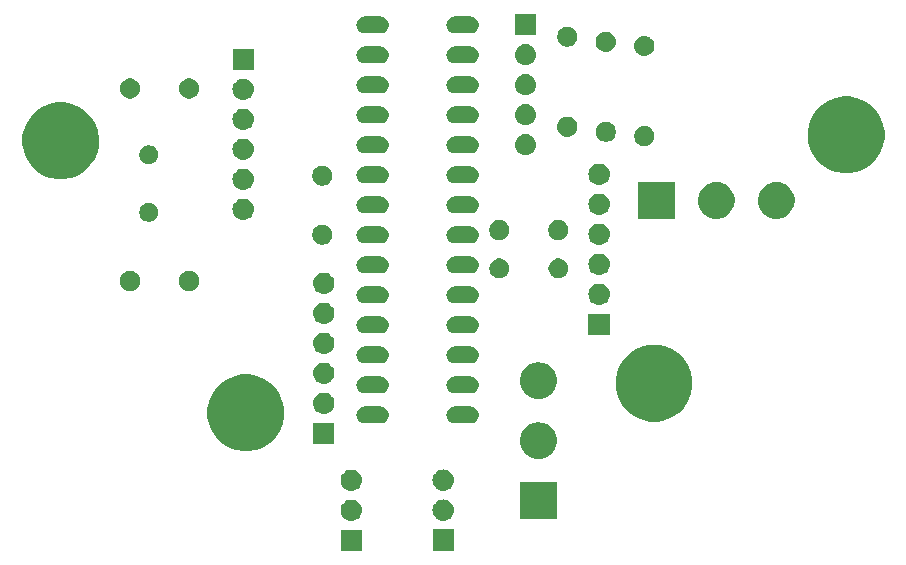
<source format=gbr>
G04 #@! TF.GenerationSoftware,KiCad,Pcbnew,(5.1.0)-1*
G04 #@! TF.CreationDate,2019-05-19T02:09:04+02:00*
G04 #@! TF.ProjectId,ADClock,4144436c-6f63-46b2-9e6b-696361645f70,rev?*
G04 #@! TF.SameCoordinates,Original*
G04 #@! TF.FileFunction,Soldermask,Bot*
G04 #@! TF.FilePolarity,Negative*
%FSLAX46Y46*%
G04 Gerber Fmt 4.6, Leading zero omitted, Abs format (unit mm)*
G04 Created by KiCad (PCBNEW (5.1.0)-1) date 2019-05-19 02:09:04*
%MOMM*%
%LPD*%
G04 APERTURE LIST*
%ADD10C,0.100000*%
G04 APERTURE END LIST*
D10*
G36*
X186239720Y-91172600D02*
G01*
X184437720Y-91172600D01*
X184437720Y-89370600D01*
X186239720Y-89370600D01*
X186239720Y-91172600D01*
X186239720Y-91172600D01*
G37*
G36*
X194012120Y-91152280D02*
G01*
X192210120Y-91152280D01*
X192210120Y-89350280D01*
X194012120Y-89350280D01*
X194012120Y-91152280D01*
X194012120Y-91152280D01*
G37*
G36*
X185449162Y-86837118D02*
G01*
X185515347Y-86843637D01*
X185685186Y-86895157D01*
X185841711Y-86978822D01*
X185877449Y-87008152D01*
X185978906Y-87091414D01*
X186062168Y-87192871D01*
X186091498Y-87228609D01*
X186175163Y-87385134D01*
X186226683Y-87554973D01*
X186244079Y-87731600D01*
X186226683Y-87908227D01*
X186175163Y-88078066D01*
X186091498Y-88234591D01*
X186062168Y-88270329D01*
X185978906Y-88371786D01*
X185877449Y-88455048D01*
X185841711Y-88484378D01*
X185685186Y-88568043D01*
X185515347Y-88619563D01*
X185449163Y-88626081D01*
X185382980Y-88632600D01*
X185294460Y-88632600D01*
X185228277Y-88626081D01*
X185162093Y-88619563D01*
X184992254Y-88568043D01*
X184835729Y-88484378D01*
X184799991Y-88455048D01*
X184698534Y-88371786D01*
X184615272Y-88270329D01*
X184585942Y-88234591D01*
X184502277Y-88078066D01*
X184450757Y-87908227D01*
X184433361Y-87731600D01*
X184450757Y-87554973D01*
X184502277Y-87385134D01*
X184585942Y-87228609D01*
X184615272Y-87192871D01*
X184698534Y-87091414D01*
X184799991Y-87008152D01*
X184835729Y-86978822D01*
X184992254Y-86895157D01*
X185162093Y-86843637D01*
X185228278Y-86837118D01*
X185294460Y-86830600D01*
X185382980Y-86830600D01*
X185449162Y-86837118D01*
X185449162Y-86837118D01*
G37*
G36*
X193221563Y-86816799D02*
G01*
X193287747Y-86823317D01*
X193457586Y-86874837D01*
X193614111Y-86958502D01*
X193638871Y-86978822D01*
X193751306Y-87071094D01*
X193834568Y-87172551D01*
X193863898Y-87208289D01*
X193947563Y-87364814D01*
X193999083Y-87534653D01*
X194016479Y-87711280D01*
X193999083Y-87887907D01*
X193947563Y-88057746D01*
X193863898Y-88214271D01*
X193834568Y-88250009D01*
X193751306Y-88351466D01*
X193649849Y-88434728D01*
X193614111Y-88464058D01*
X193457586Y-88547723D01*
X193287747Y-88599243D01*
X193221562Y-88605762D01*
X193155380Y-88612280D01*
X193066860Y-88612280D01*
X193000678Y-88605762D01*
X192934493Y-88599243D01*
X192764654Y-88547723D01*
X192608129Y-88464058D01*
X192572391Y-88434728D01*
X192470934Y-88351466D01*
X192387672Y-88250009D01*
X192358342Y-88214271D01*
X192274677Y-88057746D01*
X192223157Y-87887907D01*
X192205761Y-87711280D01*
X192223157Y-87534653D01*
X192274677Y-87364814D01*
X192358342Y-87208289D01*
X192387672Y-87172551D01*
X192470934Y-87071094D01*
X192583369Y-86978822D01*
X192608129Y-86958502D01*
X192764654Y-86874837D01*
X192934493Y-86823317D01*
X193000678Y-86816798D01*
X193066860Y-86810280D01*
X193155380Y-86810280D01*
X193221563Y-86816799D01*
X193221563Y-86816799D01*
G37*
G36*
X202724080Y-88469800D02*
G01*
X199622080Y-88469800D01*
X199622080Y-85367800D01*
X202724080Y-85367800D01*
X202724080Y-88469800D01*
X202724080Y-88469800D01*
G37*
G36*
X185449163Y-84297119D02*
G01*
X185515347Y-84303637D01*
X185685186Y-84355157D01*
X185841711Y-84438822D01*
X185877449Y-84468152D01*
X185978906Y-84551414D01*
X186062168Y-84652871D01*
X186091498Y-84688609D01*
X186175163Y-84845134D01*
X186226683Y-85014973D01*
X186244079Y-85191600D01*
X186226683Y-85368227D01*
X186175163Y-85538066D01*
X186091498Y-85694591D01*
X186062168Y-85730329D01*
X185978906Y-85831786D01*
X185877449Y-85915048D01*
X185841711Y-85944378D01*
X185685186Y-86028043D01*
X185515347Y-86079563D01*
X185449163Y-86086081D01*
X185382980Y-86092600D01*
X185294460Y-86092600D01*
X185228277Y-86086081D01*
X185162093Y-86079563D01*
X184992254Y-86028043D01*
X184835729Y-85944378D01*
X184799991Y-85915048D01*
X184698534Y-85831786D01*
X184615272Y-85730329D01*
X184585942Y-85694591D01*
X184502277Y-85538066D01*
X184450757Y-85368227D01*
X184433361Y-85191600D01*
X184450757Y-85014973D01*
X184502277Y-84845134D01*
X184585942Y-84688609D01*
X184615272Y-84652871D01*
X184698534Y-84551414D01*
X184799991Y-84468152D01*
X184835729Y-84438822D01*
X184992254Y-84355157D01*
X185162093Y-84303637D01*
X185228277Y-84297119D01*
X185294460Y-84290600D01*
X185382980Y-84290600D01*
X185449163Y-84297119D01*
X185449163Y-84297119D01*
G37*
G36*
X193221562Y-84276798D02*
G01*
X193287747Y-84283317D01*
X193457586Y-84334837D01*
X193614111Y-84418502D01*
X193638871Y-84438822D01*
X193751306Y-84531094D01*
X193834568Y-84632551D01*
X193863898Y-84668289D01*
X193947563Y-84824814D01*
X193999083Y-84994653D01*
X194016479Y-85171280D01*
X193999083Y-85347907D01*
X193947563Y-85517746D01*
X193863898Y-85674271D01*
X193834568Y-85710009D01*
X193751306Y-85811466D01*
X193649849Y-85894728D01*
X193614111Y-85924058D01*
X193457586Y-86007723D01*
X193287747Y-86059243D01*
X193221563Y-86065761D01*
X193155380Y-86072280D01*
X193066860Y-86072280D01*
X193000677Y-86065761D01*
X192934493Y-86059243D01*
X192764654Y-86007723D01*
X192608129Y-85924058D01*
X192572391Y-85894728D01*
X192470934Y-85811466D01*
X192387672Y-85710009D01*
X192358342Y-85674271D01*
X192274677Y-85517746D01*
X192223157Y-85347907D01*
X192205761Y-85171280D01*
X192223157Y-84994653D01*
X192274677Y-84824814D01*
X192358342Y-84668289D01*
X192387672Y-84632551D01*
X192470934Y-84531094D01*
X192583369Y-84438822D01*
X192608129Y-84418502D01*
X192764654Y-84334837D01*
X192934493Y-84283317D01*
X193000678Y-84276798D01*
X193066860Y-84270280D01*
X193155380Y-84270280D01*
X193221562Y-84276798D01*
X193221562Y-84276798D01*
G37*
G36*
X201436170Y-80309746D02*
G01*
X201625490Y-80347404D01*
X201907754Y-80464321D01*
X202161785Y-80634059D01*
X202377821Y-80850095D01*
X202547559Y-81104126D01*
X202664476Y-81386390D01*
X202664476Y-81386391D01*
X202724080Y-81686039D01*
X202724080Y-81991561D01*
X202723050Y-81996737D01*
X202664476Y-82291210D01*
X202547559Y-82573474D01*
X202377821Y-82827505D01*
X202161785Y-83043541D01*
X201907754Y-83213279D01*
X201625490Y-83330196D01*
X201475665Y-83359998D01*
X201325841Y-83389800D01*
X201020319Y-83389800D01*
X200870495Y-83359998D01*
X200720670Y-83330196D01*
X200438406Y-83213279D01*
X200184375Y-83043541D01*
X199968339Y-82827505D01*
X199798601Y-82573474D01*
X199681684Y-82291210D01*
X199623110Y-81996737D01*
X199622080Y-81991561D01*
X199622080Y-81686039D01*
X199681684Y-81386391D01*
X199681684Y-81386390D01*
X199798601Y-81104126D01*
X199968339Y-80850095D01*
X200184375Y-80634059D01*
X200438406Y-80464321D01*
X200720670Y-80347404D01*
X200909990Y-80309746D01*
X201020319Y-80287800D01*
X201325841Y-80287800D01*
X201436170Y-80309746D01*
X201436170Y-80309746D01*
G37*
G36*
X177032159Y-76282987D02*
G01*
X177346202Y-76345454D01*
X177937846Y-76590521D01*
X178470312Y-76946304D01*
X178923136Y-77399128D01*
X179278919Y-77931594D01*
X179506943Y-78482093D01*
X179523986Y-78523239D01*
X179647434Y-79143850D01*
X179648920Y-79151324D01*
X179648920Y-79791716D01*
X179523986Y-80419802D01*
X179278919Y-81011446D01*
X178923136Y-81543912D01*
X178470312Y-81996736D01*
X177937846Y-82352519D01*
X177346202Y-82597586D01*
X177032159Y-82660053D01*
X176718117Y-82722520D01*
X176077723Y-82722520D01*
X175763681Y-82660053D01*
X175449638Y-82597586D01*
X174857994Y-82352519D01*
X174325528Y-81996736D01*
X173872704Y-81543912D01*
X173516921Y-81011446D01*
X173271854Y-80419802D01*
X173146920Y-79791716D01*
X173146920Y-79151324D01*
X173148407Y-79143850D01*
X173271854Y-78523239D01*
X173288897Y-78482093D01*
X173516921Y-77931594D01*
X173872704Y-77399128D01*
X174325528Y-76946304D01*
X174857994Y-76590521D01*
X175449638Y-76345454D01*
X175763681Y-76282987D01*
X176077723Y-76220520D01*
X176718117Y-76220520D01*
X177032159Y-76282987D01*
X177032159Y-76282987D01*
G37*
G36*
X183908000Y-82099720D02*
G01*
X182106000Y-82099720D01*
X182106000Y-80297720D01*
X183908000Y-80297720D01*
X183908000Y-82099720D01*
X183908000Y-82099720D01*
G37*
G36*
X187941979Y-78948213D02*
G01*
X188076078Y-78988892D01*
X188199665Y-79054951D01*
X188307990Y-79143850D01*
X188396889Y-79252175D01*
X188462948Y-79375762D01*
X188503627Y-79509861D01*
X188517362Y-79649320D01*
X188503627Y-79788779D01*
X188462948Y-79922878D01*
X188396889Y-80046465D01*
X188307990Y-80154790D01*
X188199665Y-80243689D01*
X188076078Y-80309748D01*
X187941979Y-80350427D01*
X187837469Y-80360720D01*
X186446771Y-80360720D01*
X186342261Y-80350427D01*
X186208162Y-80309748D01*
X186084575Y-80243689D01*
X185976250Y-80154790D01*
X185887351Y-80046465D01*
X185821292Y-79922878D01*
X185780613Y-79788779D01*
X185766878Y-79649320D01*
X185780613Y-79509861D01*
X185821292Y-79375762D01*
X185887351Y-79252175D01*
X185976250Y-79143850D01*
X186084575Y-79054951D01*
X186208162Y-78988892D01*
X186342261Y-78948213D01*
X186446771Y-78937920D01*
X187837469Y-78937920D01*
X187941979Y-78948213D01*
X187941979Y-78948213D01*
G37*
G36*
X195561979Y-78948213D02*
G01*
X195696078Y-78988892D01*
X195819665Y-79054951D01*
X195927990Y-79143850D01*
X196016889Y-79252175D01*
X196082948Y-79375762D01*
X196123627Y-79509861D01*
X196137362Y-79649320D01*
X196123627Y-79788779D01*
X196082948Y-79922878D01*
X196016889Y-80046465D01*
X195927990Y-80154790D01*
X195819665Y-80243689D01*
X195696078Y-80309748D01*
X195561979Y-80350427D01*
X195457469Y-80360720D01*
X194066771Y-80360720D01*
X193962261Y-80350427D01*
X193828162Y-80309748D01*
X193704575Y-80243689D01*
X193596250Y-80154790D01*
X193507351Y-80046465D01*
X193441292Y-79922878D01*
X193400613Y-79788779D01*
X193386878Y-79649320D01*
X193400613Y-79509861D01*
X193441292Y-79375762D01*
X193507351Y-79252175D01*
X193596250Y-79143850D01*
X193704575Y-79054951D01*
X193828162Y-78988892D01*
X193962261Y-78948213D01*
X194066771Y-78937920D01*
X195457469Y-78937920D01*
X195561979Y-78948213D01*
X195561979Y-78948213D01*
G37*
G36*
X211510454Y-73755345D02*
G01*
X211915602Y-73835934D01*
X212507246Y-74081001D01*
X212882142Y-74331499D01*
X213007353Y-74415162D01*
X213039712Y-74436784D01*
X213492536Y-74889608D01*
X213848319Y-75422074D01*
X214093386Y-76013718D01*
X214114272Y-76118720D01*
X214210771Y-76603850D01*
X214218320Y-76641804D01*
X214218320Y-77282196D01*
X214093386Y-77910282D01*
X213848319Y-78501926D01*
X213743552Y-78658720D01*
X213492537Y-79034391D01*
X213039711Y-79487217D01*
X212933797Y-79557986D01*
X212507246Y-79842999D01*
X211915602Y-80088066D01*
X211601559Y-80150533D01*
X211287517Y-80213000D01*
X210647123Y-80213000D01*
X210333081Y-80150533D01*
X210019038Y-80088066D01*
X209427394Y-79842999D01*
X209000843Y-79557986D01*
X208894929Y-79487217D01*
X208442103Y-79034391D01*
X208191088Y-78658720D01*
X208086321Y-78501926D01*
X207841254Y-77910282D01*
X207716320Y-77282196D01*
X207716320Y-76641804D01*
X207723870Y-76603850D01*
X207820368Y-76118720D01*
X207841254Y-76013718D01*
X208086321Y-75422074D01*
X208442104Y-74889608D01*
X208894928Y-74436784D01*
X208927288Y-74415162D01*
X209052498Y-74331499D01*
X209427394Y-74081001D01*
X210019038Y-73835934D01*
X210424186Y-73755345D01*
X210647123Y-73711000D01*
X211287517Y-73711000D01*
X211510454Y-73755345D01*
X211510454Y-73755345D01*
G37*
G36*
X183117442Y-77764238D02*
G01*
X183183627Y-77770757D01*
X183353466Y-77822277D01*
X183509991Y-77905942D01*
X183515279Y-77910282D01*
X183647186Y-78018534D01*
X183730448Y-78119991D01*
X183759778Y-78155729D01*
X183843443Y-78312254D01*
X183894963Y-78482093D01*
X183912359Y-78658720D01*
X183894963Y-78835347D01*
X183848385Y-78988894D01*
X183843442Y-79005188D01*
X183827832Y-79034392D01*
X183759778Y-79161711D01*
X183730448Y-79197449D01*
X183647186Y-79298906D01*
X183553538Y-79375760D01*
X183509991Y-79411498D01*
X183353466Y-79495163D01*
X183183627Y-79546683D01*
X183117442Y-79553202D01*
X183051260Y-79559720D01*
X182962740Y-79559720D01*
X182896558Y-79553202D01*
X182830373Y-79546683D01*
X182660534Y-79495163D01*
X182504009Y-79411498D01*
X182460462Y-79375760D01*
X182366814Y-79298906D01*
X182283552Y-79197449D01*
X182254222Y-79161711D01*
X182186168Y-79034392D01*
X182170558Y-79005188D01*
X182165615Y-78988894D01*
X182119037Y-78835347D01*
X182101641Y-78658720D01*
X182119037Y-78482093D01*
X182170557Y-78312254D01*
X182254222Y-78155729D01*
X182283552Y-78119991D01*
X182366814Y-78018534D01*
X182498721Y-77910282D01*
X182504009Y-77905942D01*
X182660534Y-77822277D01*
X182830373Y-77770757D01*
X182896558Y-77764238D01*
X182962740Y-77757720D01*
X183051260Y-77757720D01*
X183117442Y-77764238D01*
X183117442Y-77764238D01*
G37*
G36*
X201436170Y-75229746D02*
G01*
X201625490Y-75267404D01*
X201907754Y-75384321D01*
X202161785Y-75554059D01*
X202377821Y-75770095D01*
X202547559Y-76024126D01*
X202664476Y-76306390D01*
X202664476Y-76306391D01*
X202723645Y-76603850D01*
X202724080Y-76606040D01*
X202724080Y-76911560D01*
X202664476Y-77211210D01*
X202547559Y-77493474D01*
X202377821Y-77747505D01*
X202161785Y-77963541D01*
X201907754Y-78133279D01*
X201625490Y-78250196D01*
X201475665Y-78279998D01*
X201325841Y-78309800D01*
X201020319Y-78309800D01*
X200870495Y-78279998D01*
X200720670Y-78250196D01*
X200438406Y-78133279D01*
X200184375Y-77963541D01*
X199968339Y-77747505D01*
X199798601Y-77493474D01*
X199681684Y-77211210D01*
X199622080Y-76911560D01*
X199622080Y-76606040D01*
X199622516Y-76603850D01*
X199681684Y-76306391D01*
X199681684Y-76306390D01*
X199798601Y-76024126D01*
X199968339Y-75770095D01*
X200184375Y-75554059D01*
X200438406Y-75384321D01*
X200720670Y-75267404D01*
X200909990Y-75229746D01*
X201020319Y-75207800D01*
X201325841Y-75207800D01*
X201436170Y-75229746D01*
X201436170Y-75229746D01*
G37*
G36*
X195561979Y-76408213D02*
G01*
X195696078Y-76448892D01*
X195819665Y-76514951D01*
X195927990Y-76603850D01*
X196016889Y-76712175D01*
X196082948Y-76835762D01*
X196123627Y-76969861D01*
X196137362Y-77109320D01*
X196123627Y-77248779D01*
X196082948Y-77382878D01*
X196016889Y-77506465D01*
X195927990Y-77614790D01*
X195819665Y-77703689D01*
X195696078Y-77769748D01*
X195561979Y-77810427D01*
X195457469Y-77820720D01*
X194066771Y-77820720D01*
X193962261Y-77810427D01*
X193828162Y-77769748D01*
X193704575Y-77703689D01*
X193596250Y-77614790D01*
X193507351Y-77506465D01*
X193441292Y-77382878D01*
X193400613Y-77248779D01*
X193386878Y-77109320D01*
X193400613Y-76969861D01*
X193441292Y-76835762D01*
X193507351Y-76712175D01*
X193596250Y-76603850D01*
X193704575Y-76514951D01*
X193828162Y-76448892D01*
X193962261Y-76408213D01*
X194066771Y-76397920D01*
X195457469Y-76397920D01*
X195561979Y-76408213D01*
X195561979Y-76408213D01*
G37*
G36*
X187941979Y-76408213D02*
G01*
X188076078Y-76448892D01*
X188199665Y-76514951D01*
X188307990Y-76603850D01*
X188396889Y-76712175D01*
X188462948Y-76835762D01*
X188503627Y-76969861D01*
X188517362Y-77109320D01*
X188503627Y-77248779D01*
X188462948Y-77382878D01*
X188396889Y-77506465D01*
X188307990Y-77614790D01*
X188199665Y-77703689D01*
X188076078Y-77769748D01*
X187941979Y-77810427D01*
X187837469Y-77820720D01*
X186446771Y-77820720D01*
X186342261Y-77810427D01*
X186208162Y-77769748D01*
X186084575Y-77703689D01*
X185976250Y-77614790D01*
X185887351Y-77506465D01*
X185821292Y-77382878D01*
X185780613Y-77248779D01*
X185766878Y-77109320D01*
X185780613Y-76969861D01*
X185821292Y-76835762D01*
X185887351Y-76712175D01*
X185976250Y-76603850D01*
X186084575Y-76514951D01*
X186208162Y-76448892D01*
X186342261Y-76408213D01*
X186446771Y-76397920D01*
X187837469Y-76397920D01*
X187941979Y-76408213D01*
X187941979Y-76408213D01*
G37*
G36*
X183117443Y-75224239D02*
G01*
X183183627Y-75230757D01*
X183353466Y-75282277D01*
X183509991Y-75365942D01*
X183545729Y-75395272D01*
X183647186Y-75478534D01*
X183730448Y-75579991D01*
X183759778Y-75615729D01*
X183843443Y-75772254D01*
X183894963Y-75942093D01*
X183912359Y-76118720D01*
X183894963Y-76295347D01*
X183843443Y-76465186D01*
X183759778Y-76621711D01*
X183743289Y-76641803D01*
X183647186Y-76758906D01*
X183553538Y-76835760D01*
X183509991Y-76871498D01*
X183353466Y-76955163D01*
X183183627Y-77006683D01*
X183117442Y-77013202D01*
X183051260Y-77019720D01*
X182962740Y-77019720D01*
X182896558Y-77013202D01*
X182830373Y-77006683D01*
X182660534Y-76955163D01*
X182504009Y-76871498D01*
X182460462Y-76835760D01*
X182366814Y-76758906D01*
X182270711Y-76641803D01*
X182254222Y-76621711D01*
X182170557Y-76465186D01*
X182119037Y-76295347D01*
X182101641Y-76118720D01*
X182119037Y-75942093D01*
X182170557Y-75772254D01*
X182254222Y-75615729D01*
X182283552Y-75579991D01*
X182366814Y-75478534D01*
X182468271Y-75395272D01*
X182504009Y-75365942D01*
X182660534Y-75282277D01*
X182830373Y-75230757D01*
X182896557Y-75224239D01*
X182962740Y-75217720D01*
X183051260Y-75217720D01*
X183117443Y-75224239D01*
X183117443Y-75224239D01*
G37*
G36*
X195561979Y-73868213D02*
G01*
X195696078Y-73908892D01*
X195819665Y-73974951D01*
X195927990Y-74063850D01*
X196016889Y-74172175D01*
X196082948Y-74295762D01*
X196123627Y-74429861D01*
X196137362Y-74569320D01*
X196123627Y-74708779D01*
X196082948Y-74842878D01*
X196016889Y-74966465D01*
X195927990Y-75074790D01*
X195819665Y-75163689D01*
X195696078Y-75229748D01*
X195561979Y-75270427D01*
X195457469Y-75280720D01*
X194066771Y-75280720D01*
X193962261Y-75270427D01*
X193828162Y-75229748D01*
X193704575Y-75163689D01*
X193596250Y-75074790D01*
X193507351Y-74966465D01*
X193441292Y-74842878D01*
X193400613Y-74708779D01*
X193386878Y-74569320D01*
X193400613Y-74429861D01*
X193441292Y-74295762D01*
X193507351Y-74172175D01*
X193596250Y-74063850D01*
X193704575Y-73974951D01*
X193828162Y-73908892D01*
X193962261Y-73868213D01*
X194066771Y-73857920D01*
X195457469Y-73857920D01*
X195561979Y-73868213D01*
X195561979Y-73868213D01*
G37*
G36*
X187941979Y-73868213D02*
G01*
X188076078Y-73908892D01*
X188199665Y-73974951D01*
X188307990Y-74063850D01*
X188396889Y-74172175D01*
X188462948Y-74295762D01*
X188503627Y-74429861D01*
X188517362Y-74569320D01*
X188503627Y-74708779D01*
X188462948Y-74842878D01*
X188396889Y-74966465D01*
X188307990Y-75074790D01*
X188199665Y-75163689D01*
X188076078Y-75229748D01*
X187941979Y-75270427D01*
X187837469Y-75280720D01*
X186446771Y-75280720D01*
X186342261Y-75270427D01*
X186208162Y-75229748D01*
X186084575Y-75163689D01*
X185976250Y-75074790D01*
X185887351Y-74966465D01*
X185821292Y-74842878D01*
X185780613Y-74708779D01*
X185766878Y-74569320D01*
X185780613Y-74429861D01*
X185821292Y-74295762D01*
X185887351Y-74172175D01*
X185976250Y-74063850D01*
X186084575Y-73974951D01*
X186208162Y-73908892D01*
X186342261Y-73868213D01*
X186446771Y-73857920D01*
X187837469Y-73857920D01*
X187941979Y-73868213D01*
X187941979Y-73868213D01*
G37*
G36*
X183117442Y-72684238D02*
G01*
X183183627Y-72690757D01*
X183353466Y-72742277D01*
X183509991Y-72825942D01*
X183545729Y-72855272D01*
X183647186Y-72938534D01*
X183730448Y-73039991D01*
X183759778Y-73075729D01*
X183843443Y-73232254D01*
X183894963Y-73402093D01*
X183912359Y-73578720D01*
X183894963Y-73755347D01*
X183843443Y-73925186D01*
X183759778Y-74081711D01*
X183730448Y-74117449D01*
X183647186Y-74218906D01*
X183553538Y-74295760D01*
X183509991Y-74331498D01*
X183353466Y-74415163D01*
X183183627Y-74466683D01*
X183117443Y-74473201D01*
X183051260Y-74479720D01*
X182962740Y-74479720D01*
X182896557Y-74473201D01*
X182830373Y-74466683D01*
X182660534Y-74415163D01*
X182504009Y-74331498D01*
X182460462Y-74295760D01*
X182366814Y-74218906D01*
X182283552Y-74117449D01*
X182254222Y-74081711D01*
X182170557Y-73925186D01*
X182119037Y-73755347D01*
X182101641Y-73578720D01*
X182119037Y-73402093D01*
X182170557Y-73232254D01*
X182254222Y-73075729D01*
X182283552Y-73039991D01*
X182366814Y-72938534D01*
X182468271Y-72855272D01*
X182504009Y-72825942D01*
X182660534Y-72742277D01*
X182830373Y-72690757D01*
X182896558Y-72684238D01*
X182962740Y-72677720D01*
X183051260Y-72677720D01*
X183117442Y-72684238D01*
X183117442Y-72684238D01*
G37*
G36*
X207209960Y-72884600D02*
G01*
X205407960Y-72884600D01*
X205407960Y-71082600D01*
X207209960Y-71082600D01*
X207209960Y-72884600D01*
X207209960Y-72884600D01*
G37*
G36*
X187941979Y-71328213D02*
G01*
X188076078Y-71368892D01*
X188199665Y-71434951D01*
X188307990Y-71523850D01*
X188396889Y-71632175D01*
X188462948Y-71755762D01*
X188503627Y-71889861D01*
X188517362Y-72029320D01*
X188503627Y-72168779D01*
X188462948Y-72302878D01*
X188396889Y-72426465D01*
X188307990Y-72534790D01*
X188199665Y-72623689D01*
X188076078Y-72689748D01*
X187941979Y-72730427D01*
X187837469Y-72740720D01*
X186446771Y-72740720D01*
X186342261Y-72730427D01*
X186208162Y-72689748D01*
X186084575Y-72623689D01*
X185976250Y-72534790D01*
X185887351Y-72426465D01*
X185821292Y-72302878D01*
X185780613Y-72168779D01*
X185766878Y-72029320D01*
X185780613Y-71889861D01*
X185821292Y-71755762D01*
X185887351Y-71632175D01*
X185976250Y-71523850D01*
X186084575Y-71434951D01*
X186208162Y-71368892D01*
X186342261Y-71328213D01*
X186446771Y-71317920D01*
X187837469Y-71317920D01*
X187941979Y-71328213D01*
X187941979Y-71328213D01*
G37*
G36*
X195561979Y-71328213D02*
G01*
X195696078Y-71368892D01*
X195819665Y-71434951D01*
X195927990Y-71523850D01*
X196016889Y-71632175D01*
X196082948Y-71755762D01*
X196123627Y-71889861D01*
X196137362Y-72029320D01*
X196123627Y-72168779D01*
X196082948Y-72302878D01*
X196016889Y-72426465D01*
X195927990Y-72534790D01*
X195819665Y-72623689D01*
X195696078Y-72689748D01*
X195561979Y-72730427D01*
X195457469Y-72740720D01*
X194066771Y-72740720D01*
X193962261Y-72730427D01*
X193828162Y-72689748D01*
X193704575Y-72623689D01*
X193596250Y-72534790D01*
X193507351Y-72426465D01*
X193441292Y-72302878D01*
X193400613Y-72168779D01*
X193386878Y-72029320D01*
X193400613Y-71889861D01*
X193441292Y-71755762D01*
X193507351Y-71632175D01*
X193596250Y-71523850D01*
X193704575Y-71434951D01*
X193828162Y-71368892D01*
X193962261Y-71328213D01*
X194066771Y-71317920D01*
X195457469Y-71317920D01*
X195561979Y-71328213D01*
X195561979Y-71328213D01*
G37*
G36*
X183117443Y-70144239D02*
G01*
X183183627Y-70150757D01*
X183353466Y-70202277D01*
X183509991Y-70285942D01*
X183545729Y-70315272D01*
X183647186Y-70398534D01*
X183730448Y-70499991D01*
X183759778Y-70535729D01*
X183843443Y-70692254D01*
X183894963Y-70862093D01*
X183912359Y-71038720D01*
X183894963Y-71215347D01*
X183843443Y-71385186D01*
X183759778Y-71541711D01*
X183730448Y-71577449D01*
X183647186Y-71678906D01*
X183553538Y-71755760D01*
X183509991Y-71791498D01*
X183353466Y-71875163D01*
X183183627Y-71926683D01*
X183117442Y-71933202D01*
X183051260Y-71939720D01*
X182962740Y-71939720D01*
X182896558Y-71933202D01*
X182830373Y-71926683D01*
X182660534Y-71875163D01*
X182504009Y-71791498D01*
X182460462Y-71755760D01*
X182366814Y-71678906D01*
X182283552Y-71577449D01*
X182254222Y-71541711D01*
X182170557Y-71385186D01*
X182119037Y-71215347D01*
X182101641Y-71038720D01*
X182119037Y-70862093D01*
X182170557Y-70692254D01*
X182254222Y-70535729D01*
X182283552Y-70499991D01*
X182366814Y-70398534D01*
X182468271Y-70315272D01*
X182504009Y-70285942D01*
X182660534Y-70202277D01*
X182830373Y-70150757D01*
X182896557Y-70144239D01*
X182962740Y-70137720D01*
X183051260Y-70137720D01*
X183117443Y-70144239D01*
X183117443Y-70144239D01*
G37*
G36*
X206419403Y-68549119D02*
G01*
X206485587Y-68555637D01*
X206655426Y-68607157D01*
X206811951Y-68690822D01*
X206847689Y-68720152D01*
X206949146Y-68803414D01*
X207024266Y-68894949D01*
X207061738Y-68940609D01*
X207145403Y-69097134D01*
X207196923Y-69266973D01*
X207214319Y-69443600D01*
X207196923Y-69620227D01*
X207145403Y-69790066D01*
X207061738Y-69946591D01*
X207032408Y-69982329D01*
X206949146Y-70083786D01*
X206867540Y-70150757D01*
X206811951Y-70196378D01*
X206655426Y-70280043D01*
X206485587Y-70331563D01*
X206419402Y-70338082D01*
X206353220Y-70344600D01*
X206264700Y-70344600D01*
X206198518Y-70338082D01*
X206132333Y-70331563D01*
X205962494Y-70280043D01*
X205805969Y-70196378D01*
X205750380Y-70150757D01*
X205668774Y-70083786D01*
X205585512Y-69982329D01*
X205556182Y-69946591D01*
X205472517Y-69790066D01*
X205420997Y-69620227D01*
X205403601Y-69443600D01*
X205420997Y-69266973D01*
X205472517Y-69097134D01*
X205556182Y-68940609D01*
X205593654Y-68894949D01*
X205668774Y-68803414D01*
X205770231Y-68720152D01*
X205805969Y-68690822D01*
X205962494Y-68607157D01*
X206132333Y-68555637D01*
X206198517Y-68549119D01*
X206264700Y-68542600D01*
X206353220Y-68542600D01*
X206419403Y-68549119D01*
X206419403Y-68549119D01*
G37*
G36*
X195561979Y-68788213D02*
G01*
X195696078Y-68828892D01*
X195819665Y-68894951D01*
X195927990Y-68983850D01*
X196016889Y-69092175D01*
X196082948Y-69215762D01*
X196123627Y-69349861D01*
X196137362Y-69489320D01*
X196123627Y-69628779D01*
X196082948Y-69762878D01*
X196016889Y-69886465D01*
X195927990Y-69994790D01*
X195819665Y-70083689D01*
X195696078Y-70149748D01*
X195561979Y-70190427D01*
X195457469Y-70200720D01*
X194066771Y-70200720D01*
X193962261Y-70190427D01*
X193828162Y-70149748D01*
X193704575Y-70083689D01*
X193596250Y-69994790D01*
X193507351Y-69886465D01*
X193441292Y-69762878D01*
X193400613Y-69628779D01*
X193386878Y-69489320D01*
X193400613Y-69349861D01*
X193441292Y-69215762D01*
X193507351Y-69092175D01*
X193596250Y-68983850D01*
X193704575Y-68894951D01*
X193828162Y-68828892D01*
X193962261Y-68788213D01*
X194066771Y-68777920D01*
X195457469Y-68777920D01*
X195561979Y-68788213D01*
X195561979Y-68788213D01*
G37*
G36*
X187941979Y-68788213D02*
G01*
X188076078Y-68828892D01*
X188199665Y-68894951D01*
X188307990Y-68983850D01*
X188396889Y-69092175D01*
X188462948Y-69215762D01*
X188503627Y-69349861D01*
X188517362Y-69489320D01*
X188503627Y-69628779D01*
X188462948Y-69762878D01*
X188396889Y-69886465D01*
X188307990Y-69994790D01*
X188199665Y-70083689D01*
X188076078Y-70149748D01*
X187941979Y-70190427D01*
X187837469Y-70200720D01*
X186446771Y-70200720D01*
X186342261Y-70190427D01*
X186208162Y-70149748D01*
X186084575Y-70083689D01*
X185976250Y-69994790D01*
X185887351Y-69886465D01*
X185821292Y-69762878D01*
X185780613Y-69628779D01*
X185766878Y-69489320D01*
X185780613Y-69349861D01*
X185821292Y-69215762D01*
X185887351Y-69092175D01*
X185976250Y-68983850D01*
X186084575Y-68894951D01*
X186208162Y-68828892D01*
X186342261Y-68788213D01*
X186446771Y-68777920D01*
X187837469Y-68777920D01*
X187941979Y-68788213D01*
X187941979Y-68788213D01*
G37*
G36*
X183117442Y-67604238D02*
G01*
X183183627Y-67610757D01*
X183353466Y-67662277D01*
X183509991Y-67745942D01*
X183545729Y-67775272D01*
X183647186Y-67858534D01*
X183730448Y-67959991D01*
X183759778Y-67995729D01*
X183843443Y-68152254D01*
X183894963Y-68322093D01*
X183912359Y-68498720D01*
X183894963Y-68675347D01*
X183843443Y-68845186D01*
X183759778Y-69001711D01*
X183730448Y-69037449D01*
X183647186Y-69138906D01*
X183553538Y-69215760D01*
X183509991Y-69251498D01*
X183353466Y-69335163D01*
X183183627Y-69386683D01*
X183117442Y-69393202D01*
X183051260Y-69399720D01*
X182962740Y-69399720D01*
X182896558Y-69393202D01*
X182830373Y-69386683D01*
X182660534Y-69335163D01*
X182504009Y-69251498D01*
X182460462Y-69215760D01*
X182366814Y-69138906D01*
X182283552Y-69037449D01*
X182254222Y-69001711D01*
X182170557Y-68845186D01*
X182119037Y-68675347D01*
X182101641Y-68498720D01*
X182119037Y-68322093D01*
X182170557Y-68152254D01*
X182254222Y-67995729D01*
X182283552Y-67959991D01*
X182366814Y-67858534D01*
X182468271Y-67775272D01*
X182504009Y-67745942D01*
X182660534Y-67662277D01*
X182830373Y-67610757D01*
X182896558Y-67604238D01*
X182962740Y-67597720D01*
X183051260Y-67597720D01*
X183117442Y-67604238D01*
X183117442Y-67604238D01*
G37*
G36*
X166850628Y-67487383D02*
G01*
X167005500Y-67551533D01*
X167144881Y-67644665D01*
X167263415Y-67763199D01*
X167356547Y-67902580D01*
X167420697Y-68057452D01*
X167453400Y-68221864D01*
X167453400Y-68389496D01*
X167420697Y-68553908D01*
X167356547Y-68708780D01*
X167263415Y-68848161D01*
X167144881Y-68966695D01*
X167005500Y-69059827D01*
X166850628Y-69123977D01*
X166686216Y-69156680D01*
X166518584Y-69156680D01*
X166354172Y-69123977D01*
X166199300Y-69059827D01*
X166059919Y-68966695D01*
X165941385Y-68848161D01*
X165848253Y-68708780D01*
X165784103Y-68553908D01*
X165751400Y-68389496D01*
X165751400Y-68221864D01*
X165784103Y-68057452D01*
X165848253Y-67902580D01*
X165941385Y-67763199D01*
X166059919Y-67644665D01*
X166199300Y-67551533D01*
X166354172Y-67487383D01*
X166518584Y-67454680D01*
X166686216Y-67454680D01*
X166850628Y-67487383D01*
X166850628Y-67487383D01*
G37*
G36*
X171850628Y-67487383D02*
G01*
X172005500Y-67551533D01*
X172144881Y-67644665D01*
X172263415Y-67763199D01*
X172356547Y-67902580D01*
X172420697Y-68057452D01*
X172453400Y-68221864D01*
X172453400Y-68389496D01*
X172420697Y-68553908D01*
X172356547Y-68708780D01*
X172263415Y-68848161D01*
X172144881Y-68966695D01*
X172005500Y-69059827D01*
X171850628Y-69123977D01*
X171686216Y-69156680D01*
X171518584Y-69156680D01*
X171354172Y-69123977D01*
X171199300Y-69059827D01*
X171059919Y-68966695D01*
X170941385Y-68848161D01*
X170848253Y-68708780D01*
X170784103Y-68553908D01*
X170751400Y-68389496D01*
X170751400Y-68221864D01*
X170784103Y-68057452D01*
X170848253Y-67902580D01*
X170941385Y-67763199D01*
X171059919Y-67644665D01*
X171199300Y-67551533D01*
X171354172Y-67487383D01*
X171518584Y-67454680D01*
X171686216Y-67454680D01*
X171850628Y-67487383D01*
X171850628Y-67487383D01*
G37*
G36*
X203119308Y-66435823D02*
G01*
X203274180Y-66499973D01*
X203413561Y-66593105D01*
X203532095Y-66711639D01*
X203625227Y-66851020D01*
X203689377Y-67005892D01*
X203722080Y-67170304D01*
X203722080Y-67337936D01*
X203689377Y-67502348D01*
X203625227Y-67657220D01*
X203532095Y-67796601D01*
X203413561Y-67915135D01*
X203274180Y-68008267D01*
X203119308Y-68072417D01*
X202954896Y-68105120D01*
X202787264Y-68105120D01*
X202622852Y-68072417D01*
X202467980Y-68008267D01*
X202328599Y-67915135D01*
X202210065Y-67796601D01*
X202116933Y-67657220D01*
X202052783Y-67502348D01*
X202020080Y-67337936D01*
X202020080Y-67170304D01*
X202052783Y-67005892D01*
X202116933Y-66851020D01*
X202210065Y-66711639D01*
X202328599Y-66593105D01*
X202467980Y-66499973D01*
X202622852Y-66435823D01*
X202787264Y-66403120D01*
X202954896Y-66403120D01*
X203119308Y-66435823D01*
X203119308Y-66435823D01*
G37*
G36*
X198119308Y-66435823D02*
G01*
X198274180Y-66499973D01*
X198413561Y-66593105D01*
X198532095Y-66711639D01*
X198625227Y-66851020D01*
X198689377Y-67005892D01*
X198722080Y-67170304D01*
X198722080Y-67337936D01*
X198689377Y-67502348D01*
X198625227Y-67657220D01*
X198532095Y-67796601D01*
X198413561Y-67915135D01*
X198274180Y-68008267D01*
X198119308Y-68072417D01*
X197954896Y-68105120D01*
X197787264Y-68105120D01*
X197622852Y-68072417D01*
X197467980Y-68008267D01*
X197328599Y-67915135D01*
X197210065Y-67796601D01*
X197116933Y-67657220D01*
X197052783Y-67502348D01*
X197020080Y-67337936D01*
X197020080Y-67170304D01*
X197052783Y-67005892D01*
X197116933Y-66851020D01*
X197210065Y-66711639D01*
X197328599Y-66593105D01*
X197467980Y-66499973D01*
X197622852Y-66435823D01*
X197787264Y-66403120D01*
X197954896Y-66403120D01*
X198119308Y-66435823D01*
X198119308Y-66435823D01*
G37*
G36*
X206419403Y-66009119D02*
G01*
X206485587Y-66015637D01*
X206655426Y-66067157D01*
X206811951Y-66150822D01*
X206847689Y-66180152D01*
X206949146Y-66263414D01*
X207024266Y-66354949D01*
X207061738Y-66400609D01*
X207145403Y-66557134D01*
X207196923Y-66726973D01*
X207214319Y-66903600D01*
X207196923Y-67080227D01*
X207145403Y-67250066D01*
X207061738Y-67406591D01*
X207032408Y-67442329D01*
X206949146Y-67543786D01*
X206867540Y-67610757D01*
X206811951Y-67656378D01*
X206655426Y-67740043D01*
X206485587Y-67791563D01*
X206419403Y-67798081D01*
X206353220Y-67804600D01*
X206264700Y-67804600D01*
X206198517Y-67798081D01*
X206132333Y-67791563D01*
X205962494Y-67740043D01*
X205805969Y-67656378D01*
X205750380Y-67610757D01*
X205668774Y-67543786D01*
X205585512Y-67442329D01*
X205556182Y-67406591D01*
X205472517Y-67250066D01*
X205420997Y-67080227D01*
X205403601Y-66903600D01*
X205420997Y-66726973D01*
X205472517Y-66557134D01*
X205556182Y-66400609D01*
X205593654Y-66354949D01*
X205668774Y-66263414D01*
X205770231Y-66180152D01*
X205805969Y-66150822D01*
X205962494Y-66067157D01*
X206132333Y-66015637D01*
X206198517Y-66009119D01*
X206264700Y-66002600D01*
X206353220Y-66002600D01*
X206419403Y-66009119D01*
X206419403Y-66009119D01*
G37*
G36*
X187941979Y-66248213D02*
G01*
X188076078Y-66288892D01*
X188199665Y-66354951D01*
X188307990Y-66443850D01*
X188396889Y-66552175D01*
X188462948Y-66675762D01*
X188503627Y-66809861D01*
X188517362Y-66949320D01*
X188503627Y-67088779D01*
X188462948Y-67222878D01*
X188396889Y-67346465D01*
X188307990Y-67454790D01*
X188199665Y-67543689D01*
X188076078Y-67609748D01*
X187941979Y-67650427D01*
X187837469Y-67660720D01*
X186446771Y-67660720D01*
X186342261Y-67650427D01*
X186208162Y-67609748D01*
X186084575Y-67543689D01*
X185976250Y-67454790D01*
X185887351Y-67346465D01*
X185821292Y-67222878D01*
X185780613Y-67088779D01*
X185766878Y-66949320D01*
X185780613Y-66809861D01*
X185821292Y-66675762D01*
X185887351Y-66552175D01*
X185976250Y-66443850D01*
X186084575Y-66354951D01*
X186208162Y-66288892D01*
X186342261Y-66248213D01*
X186446771Y-66237920D01*
X187837469Y-66237920D01*
X187941979Y-66248213D01*
X187941979Y-66248213D01*
G37*
G36*
X195561979Y-66248213D02*
G01*
X195696078Y-66288892D01*
X195819665Y-66354951D01*
X195927990Y-66443850D01*
X196016889Y-66552175D01*
X196082948Y-66675762D01*
X196123627Y-66809861D01*
X196137362Y-66949320D01*
X196123627Y-67088779D01*
X196082948Y-67222878D01*
X196016889Y-67346465D01*
X195927990Y-67454790D01*
X195819665Y-67543689D01*
X195696078Y-67609748D01*
X195561979Y-67650427D01*
X195457469Y-67660720D01*
X194066771Y-67660720D01*
X193962261Y-67650427D01*
X193828162Y-67609748D01*
X193704575Y-67543689D01*
X193596250Y-67454790D01*
X193507351Y-67346465D01*
X193441292Y-67222878D01*
X193400613Y-67088779D01*
X193386878Y-66949320D01*
X193400613Y-66809861D01*
X193441292Y-66675762D01*
X193507351Y-66552175D01*
X193596250Y-66443850D01*
X193704575Y-66354951D01*
X193828162Y-66288892D01*
X193962261Y-66248213D01*
X194066771Y-66237920D01*
X195457469Y-66237920D01*
X195561979Y-66248213D01*
X195561979Y-66248213D01*
G37*
G36*
X206419402Y-63469118D02*
G01*
X206485587Y-63475637D01*
X206655426Y-63527157D01*
X206811951Y-63610822D01*
X206847421Y-63639932D01*
X206949146Y-63723414D01*
X207024266Y-63814949D01*
X207061738Y-63860609D01*
X207145403Y-64017134D01*
X207196923Y-64186973D01*
X207214319Y-64363600D01*
X207196923Y-64540227D01*
X207145403Y-64710066D01*
X207061738Y-64866591D01*
X207032408Y-64902329D01*
X206949146Y-65003786D01*
X206847689Y-65087048D01*
X206811951Y-65116378D01*
X206655426Y-65200043D01*
X206485587Y-65251563D01*
X206419402Y-65258082D01*
X206353220Y-65264600D01*
X206264700Y-65264600D01*
X206198518Y-65258082D01*
X206132333Y-65251563D01*
X205962494Y-65200043D01*
X205805969Y-65116378D01*
X205770231Y-65087048D01*
X205668774Y-65003786D01*
X205585512Y-64902329D01*
X205556182Y-64866591D01*
X205472517Y-64710066D01*
X205420997Y-64540227D01*
X205403601Y-64363600D01*
X205420997Y-64186973D01*
X205472517Y-64017134D01*
X205556182Y-63860609D01*
X205593654Y-63814949D01*
X205668774Y-63723414D01*
X205770499Y-63639932D01*
X205805969Y-63610822D01*
X205962494Y-63527157D01*
X206132333Y-63475637D01*
X206198518Y-63469118D01*
X206264700Y-63462600D01*
X206353220Y-63462600D01*
X206419402Y-63469118D01*
X206419402Y-63469118D01*
G37*
G36*
X183123148Y-63575783D02*
G01*
X183278020Y-63639933D01*
X183417401Y-63733065D01*
X183535935Y-63851599D01*
X183629067Y-63990980D01*
X183693217Y-64145852D01*
X183725920Y-64310264D01*
X183725920Y-64477896D01*
X183693217Y-64642308D01*
X183629067Y-64797180D01*
X183535935Y-64936561D01*
X183417401Y-65055095D01*
X183278020Y-65148227D01*
X183123148Y-65212377D01*
X182958736Y-65245080D01*
X182791104Y-65245080D01*
X182626692Y-65212377D01*
X182471820Y-65148227D01*
X182332439Y-65055095D01*
X182213905Y-64936561D01*
X182120773Y-64797180D01*
X182056623Y-64642308D01*
X182023920Y-64477896D01*
X182023920Y-64310264D01*
X182056623Y-64145852D01*
X182120773Y-63990980D01*
X182213905Y-63851599D01*
X182332439Y-63733065D01*
X182471820Y-63639933D01*
X182626692Y-63575783D01*
X182791104Y-63543080D01*
X182958736Y-63543080D01*
X183123148Y-63575783D01*
X183123148Y-63575783D01*
G37*
G36*
X195561979Y-63708213D02*
G01*
X195696078Y-63748892D01*
X195819665Y-63814951D01*
X195927990Y-63903850D01*
X196016889Y-64012175D01*
X196082948Y-64135762D01*
X196123627Y-64269861D01*
X196137362Y-64409320D01*
X196123627Y-64548779D01*
X196082948Y-64682878D01*
X196016889Y-64806465D01*
X195927990Y-64914790D01*
X195819665Y-65003689D01*
X195696078Y-65069748D01*
X195561979Y-65110427D01*
X195457469Y-65120720D01*
X194066771Y-65120720D01*
X193962261Y-65110427D01*
X193828162Y-65069748D01*
X193704575Y-65003689D01*
X193596250Y-64914790D01*
X193507351Y-64806465D01*
X193441292Y-64682878D01*
X193400613Y-64548779D01*
X193386878Y-64409320D01*
X193400613Y-64269861D01*
X193441292Y-64135762D01*
X193507351Y-64012175D01*
X193596250Y-63903850D01*
X193704575Y-63814951D01*
X193828162Y-63748892D01*
X193962261Y-63708213D01*
X194066771Y-63697920D01*
X195457469Y-63697920D01*
X195561979Y-63708213D01*
X195561979Y-63708213D01*
G37*
G36*
X187941979Y-63708213D02*
G01*
X188076078Y-63748892D01*
X188199665Y-63814951D01*
X188307990Y-63903850D01*
X188396889Y-64012175D01*
X188462948Y-64135762D01*
X188503627Y-64269861D01*
X188517362Y-64409320D01*
X188503627Y-64548779D01*
X188462948Y-64682878D01*
X188396889Y-64806465D01*
X188307990Y-64914790D01*
X188199665Y-65003689D01*
X188076078Y-65069748D01*
X187941979Y-65110427D01*
X187837469Y-65120720D01*
X186446771Y-65120720D01*
X186342261Y-65110427D01*
X186208162Y-65069748D01*
X186084575Y-65003689D01*
X185976250Y-64914790D01*
X185887351Y-64806465D01*
X185821292Y-64682878D01*
X185780613Y-64548779D01*
X185766878Y-64409320D01*
X185780613Y-64269861D01*
X185821292Y-64135762D01*
X185887351Y-64012175D01*
X185976250Y-63903850D01*
X186084575Y-63814951D01*
X186208162Y-63748892D01*
X186342261Y-63708213D01*
X186446771Y-63697920D01*
X187837469Y-63697920D01*
X187941979Y-63708213D01*
X187941979Y-63708213D01*
G37*
G36*
X203104068Y-63184623D02*
G01*
X203258940Y-63248773D01*
X203398321Y-63341905D01*
X203516855Y-63460439D01*
X203609987Y-63599820D01*
X203674137Y-63754692D01*
X203706840Y-63919104D01*
X203706840Y-64086736D01*
X203674137Y-64251148D01*
X203609987Y-64406020D01*
X203516855Y-64545401D01*
X203398321Y-64663935D01*
X203258940Y-64757067D01*
X203104068Y-64821217D01*
X202939656Y-64853920D01*
X202772024Y-64853920D01*
X202607612Y-64821217D01*
X202452740Y-64757067D01*
X202313359Y-64663935D01*
X202194825Y-64545401D01*
X202101693Y-64406020D01*
X202037543Y-64251148D01*
X202004840Y-64086736D01*
X202004840Y-63919104D01*
X202037543Y-63754692D01*
X202101693Y-63599820D01*
X202194825Y-63460439D01*
X202313359Y-63341905D01*
X202452740Y-63248773D01*
X202607612Y-63184623D01*
X202772024Y-63151920D01*
X202939656Y-63151920D01*
X203104068Y-63184623D01*
X203104068Y-63184623D01*
G37*
G36*
X198104068Y-63184623D02*
G01*
X198258940Y-63248773D01*
X198398321Y-63341905D01*
X198516855Y-63460439D01*
X198609987Y-63599820D01*
X198674137Y-63754692D01*
X198706840Y-63919104D01*
X198706840Y-64086736D01*
X198674137Y-64251148D01*
X198609987Y-64406020D01*
X198516855Y-64545401D01*
X198398321Y-64663935D01*
X198258940Y-64757067D01*
X198104068Y-64821217D01*
X197939656Y-64853920D01*
X197772024Y-64853920D01*
X197607612Y-64821217D01*
X197452740Y-64757067D01*
X197313359Y-64663935D01*
X197194825Y-64545401D01*
X197101693Y-64406020D01*
X197037543Y-64251148D01*
X197004840Y-64086736D01*
X197004840Y-63919104D01*
X197037543Y-63754692D01*
X197101693Y-63599820D01*
X197194825Y-63460439D01*
X197313359Y-63341905D01*
X197452740Y-63248773D01*
X197607612Y-63184623D01*
X197772024Y-63151920D01*
X197939656Y-63151920D01*
X198104068Y-63184623D01*
X198104068Y-63184623D01*
G37*
G36*
X168417202Y-61734101D02*
G01*
X168562974Y-61794482D01*
X168562976Y-61794483D01*
X168694168Y-61882142D01*
X168805738Y-61993712D01*
X168893397Y-62124904D01*
X168893398Y-62124906D01*
X168953779Y-62270678D01*
X168984560Y-62425427D01*
X168984560Y-62583213D01*
X168953779Y-62737962D01*
X168893398Y-62883734D01*
X168893397Y-62883736D01*
X168805738Y-63014928D01*
X168694168Y-63126498D01*
X168562976Y-63214157D01*
X168562975Y-63214158D01*
X168562974Y-63214158D01*
X168417202Y-63274539D01*
X168262453Y-63305320D01*
X168104667Y-63305320D01*
X167949918Y-63274539D01*
X167804146Y-63214158D01*
X167804145Y-63214158D01*
X167804144Y-63214157D01*
X167672952Y-63126498D01*
X167561382Y-63014928D01*
X167473723Y-62883736D01*
X167473722Y-62883734D01*
X167413341Y-62737962D01*
X167382560Y-62583213D01*
X167382560Y-62425427D01*
X167413341Y-62270678D01*
X167473722Y-62124906D01*
X167473723Y-62124904D01*
X167561382Y-61993712D01*
X167672952Y-61882142D01*
X167804144Y-61794483D01*
X167804146Y-61794482D01*
X167949918Y-61734101D01*
X168104667Y-61703320D01*
X168262453Y-61703320D01*
X168417202Y-61734101D01*
X168417202Y-61734101D01*
G37*
G36*
X176289923Y-61340599D02*
G01*
X176356107Y-61347117D01*
X176525946Y-61398637D01*
X176682471Y-61482302D01*
X176718209Y-61511632D01*
X176819666Y-61594894D01*
X176902928Y-61696351D01*
X176932258Y-61732089D01*
X177015923Y-61888614D01*
X177067443Y-62058453D01*
X177084839Y-62235080D01*
X177067443Y-62411707D01*
X177015923Y-62581546D01*
X177015922Y-62581548D01*
X177015032Y-62583213D01*
X176932258Y-62738071D01*
X176902928Y-62773809D01*
X176819666Y-62875266D01*
X176718209Y-62958528D01*
X176682471Y-62987858D01*
X176525946Y-63071523D01*
X176356107Y-63123043D01*
X176289922Y-63129562D01*
X176223740Y-63136080D01*
X176135220Y-63136080D01*
X176069038Y-63129562D01*
X176002853Y-63123043D01*
X175833014Y-63071523D01*
X175676489Y-62987858D01*
X175640751Y-62958528D01*
X175539294Y-62875266D01*
X175456032Y-62773809D01*
X175426702Y-62738071D01*
X175343928Y-62583213D01*
X175343038Y-62581548D01*
X175343037Y-62581546D01*
X175291517Y-62411707D01*
X175274121Y-62235080D01*
X175291517Y-62058453D01*
X175343037Y-61888614D01*
X175426702Y-61732089D01*
X175456032Y-61696351D01*
X175539294Y-61594894D01*
X175640751Y-61511632D01*
X175676489Y-61482302D01*
X175833014Y-61398637D01*
X176002853Y-61347117D01*
X176069037Y-61340599D01*
X176135220Y-61334080D01*
X176223740Y-61334080D01*
X176289923Y-61340599D01*
X176289923Y-61340599D01*
G37*
G36*
X212706280Y-63039320D02*
G01*
X209604280Y-63039320D01*
X209604280Y-59937320D01*
X212706280Y-59937320D01*
X212706280Y-63039320D01*
X212706280Y-63039320D01*
G37*
G36*
X221617865Y-59967122D02*
G01*
X221767690Y-59996924D01*
X222049954Y-60113841D01*
X222303985Y-60283579D01*
X222520021Y-60499615D01*
X222689759Y-60753646D01*
X222786482Y-60987158D01*
X222806676Y-61035911D01*
X222866280Y-61335559D01*
X222866280Y-61641081D01*
X222853900Y-61703320D01*
X222806676Y-61940730D01*
X222689759Y-62222994D01*
X222520021Y-62477025D01*
X222303985Y-62693061D01*
X222049954Y-62862799D01*
X221767690Y-62979716D01*
X221726757Y-62987858D01*
X221468041Y-63039320D01*
X221162519Y-63039320D01*
X220903803Y-62987858D01*
X220862870Y-62979716D01*
X220580606Y-62862799D01*
X220326575Y-62693061D01*
X220110539Y-62477025D01*
X219940801Y-62222994D01*
X219823884Y-61940730D01*
X219776660Y-61703320D01*
X219764280Y-61641081D01*
X219764280Y-61335559D01*
X219823884Y-61035911D01*
X219844078Y-60987158D01*
X219940801Y-60753646D01*
X220110539Y-60499615D01*
X220326575Y-60283579D01*
X220580606Y-60113841D01*
X220862870Y-59996924D01*
X221012695Y-59967122D01*
X221162519Y-59937320D01*
X221468041Y-59937320D01*
X221617865Y-59967122D01*
X221617865Y-59967122D01*
G37*
G36*
X216537865Y-59967122D02*
G01*
X216687690Y-59996924D01*
X216969954Y-60113841D01*
X217223985Y-60283579D01*
X217440021Y-60499615D01*
X217609759Y-60753646D01*
X217706482Y-60987158D01*
X217726676Y-61035911D01*
X217786280Y-61335559D01*
X217786280Y-61641081D01*
X217773900Y-61703320D01*
X217726676Y-61940730D01*
X217609759Y-62222994D01*
X217440021Y-62477025D01*
X217223985Y-62693061D01*
X216969954Y-62862799D01*
X216687690Y-62979716D01*
X216646757Y-62987858D01*
X216388041Y-63039320D01*
X216082519Y-63039320D01*
X215823803Y-62987858D01*
X215782870Y-62979716D01*
X215500606Y-62862799D01*
X215246575Y-62693061D01*
X215030539Y-62477025D01*
X214860801Y-62222994D01*
X214743884Y-61940730D01*
X214696660Y-61703320D01*
X214684280Y-61641081D01*
X214684280Y-61335559D01*
X214743884Y-61035911D01*
X214764078Y-60987158D01*
X214860801Y-60753646D01*
X215030539Y-60499615D01*
X215246575Y-60283579D01*
X215500606Y-60113841D01*
X215782870Y-59996924D01*
X215932695Y-59967122D01*
X216082519Y-59937320D01*
X216388041Y-59937320D01*
X216537865Y-59967122D01*
X216537865Y-59967122D01*
G37*
G36*
X206419403Y-60929119D02*
G01*
X206485587Y-60935637D01*
X206655426Y-60987157D01*
X206811951Y-61070822D01*
X206847689Y-61100152D01*
X206949146Y-61183414D01*
X207024266Y-61274949D01*
X207061738Y-61320609D01*
X207145403Y-61477134D01*
X207196923Y-61646973D01*
X207214319Y-61823600D01*
X207196923Y-62000227D01*
X207145403Y-62170066D01*
X207061738Y-62326591D01*
X207032408Y-62362329D01*
X206949146Y-62463786D01*
X206847689Y-62547048D01*
X206811951Y-62576378D01*
X206655426Y-62660043D01*
X206485587Y-62711563D01*
X206419403Y-62718081D01*
X206353220Y-62724600D01*
X206264700Y-62724600D01*
X206198517Y-62718081D01*
X206132333Y-62711563D01*
X205962494Y-62660043D01*
X205805969Y-62576378D01*
X205770231Y-62547048D01*
X205668774Y-62463786D01*
X205585512Y-62362329D01*
X205556182Y-62326591D01*
X205472517Y-62170066D01*
X205420997Y-62000227D01*
X205403601Y-61823600D01*
X205420997Y-61646973D01*
X205472517Y-61477134D01*
X205556182Y-61320609D01*
X205593654Y-61274949D01*
X205668774Y-61183414D01*
X205770231Y-61100152D01*
X205805969Y-61070822D01*
X205962494Y-60987157D01*
X206132333Y-60935637D01*
X206198517Y-60929119D01*
X206264700Y-60922600D01*
X206353220Y-60922600D01*
X206419403Y-60929119D01*
X206419403Y-60929119D01*
G37*
G36*
X187941979Y-61168213D02*
G01*
X188076078Y-61208892D01*
X188199665Y-61274951D01*
X188307990Y-61363850D01*
X188396889Y-61472175D01*
X188462948Y-61595762D01*
X188503627Y-61729861D01*
X188517362Y-61869320D01*
X188503627Y-62008779D01*
X188462948Y-62142878D01*
X188396889Y-62266465D01*
X188307990Y-62374790D01*
X188199665Y-62463689D01*
X188076078Y-62529748D01*
X187941979Y-62570427D01*
X187837469Y-62580720D01*
X186446771Y-62580720D01*
X186342261Y-62570427D01*
X186208162Y-62529748D01*
X186084575Y-62463689D01*
X185976250Y-62374790D01*
X185887351Y-62266465D01*
X185821292Y-62142878D01*
X185780613Y-62008779D01*
X185766878Y-61869320D01*
X185780613Y-61729861D01*
X185821292Y-61595762D01*
X185887351Y-61472175D01*
X185976250Y-61363850D01*
X186084575Y-61274951D01*
X186208162Y-61208892D01*
X186342261Y-61168213D01*
X186446771Y-61157920D01*
X187837469Y-61157920D01*
X187941979Y-61168213D01*
X187941979Y-61168213D01*
G37*
G36*
X195561979Y-61168213D02*
G01*
X195696078Y-61208892D01*
X195819665Y-61274951D01*
X195927990Y-61363850D01*
X196016889Y-61472175D01*
X196082948Y-61595762D01*
X196123627Y-61729861D01*
X196137362Y-61869320D01*
X196123627Y-62008779D01*
X196082948Y-62142878D01*
X196016889Y-62266465D01*
X195927990Y-62374790D01*
X195819665Y-62463689D01*
X195696078Y-62529748D01*
X195561979Y-62570427D01*
X195457469Y-62580720D01*
X194066771Y-62580720D01*
X193962261Y-62570427D01*
X193828162Y-62529748D01*
X193704575Y-62463689D01*
X193596250Y-62374790D01*
X193507351Y-62266465D01*
X193441292Y-62142878D01*
X193400613Y-62008779D01*
X193386878Y-61869320D01*
X193400613Y-61729861D01*
X193441292Y-61595762D01*
X193507351Y-61472175D01*
X193596250Y-61363850D01*
X193704575Y-61274951D01*
X193828162Y-61208892D01*
X193962261Y-61168213D01*
X194066771Y-61157920D01*
X195457469Y-61157920D01*
X195561979Y-61168213D01*
X195561979Y-61168213D01*
G37*
G36*
X176289922Y-58800598D02*
G01*
X176356107Y-58807117D01*
X176525946Y-58858637D01*
X176682471Y-58942302D01*
X176718209Y-58971632D01*
X176819666Y-59054894D01*
X176894311Y-59145851D01*
X176932258Y-59192089D01*
X177015923Y-59348614D01*
X177067443Y-59518453D01*
X177084839Y-59695080D01*
X177067443Y-59871707D01*
X177015923Y-60041546D01*
X176932258Y-60198071D01*
X176920519Y-60212375D01*
X176819666Y-60335266D01*
X176718209Y-60418528D01*
X176682471Y-60447858D01*
X176525946Y-60531523D01*
X176356107Y-60583043D01*
X176289922Y-60589562D01*
X176223740Y-60596080D01*
X176135220Y-60596080D01*
X176069038Y-60589562D01*
X176002853Y-60583043D01*
X175833014Y-60531523D01*
X175676489Y-60447858D01*
X175640751Y-60418528D01*
X175539294Y-60335266D01*
X175438441Y-60212375D01*
X175426702Y-60198071D01*
X175343037Y-60041546D01*
X175291517Y-59871707D01*
X175274121Y-59695080D01*
X175291517Y-59518453D01*
X175343037Y-59348614D01*
X175426702Y-59192089D01*
X175464649Y-59145851D01*
X175539294Y-59054894D01*
X175640751Y-58971632D01*
X175676489Y-58942302D01*
X175833014Y-58858637D01*
X176002853Y-58807117D01*
X176069038Y-58800598D01*
X176135220Y-58794080D01*
X176223740Y-58794080D01*
X176289922Y-58800598D01*
X176289922Y-58800598D01*
G37*
G36*
X183123148Y-58575783D02*
G01*
X183278020Y-58639933D01*
X183417401Y-58733065D01*
X183535935Y-58851599D01*
X183629067Y-58990980D01*
X183693217Y-59145852D01*
X183725920Y-59310264D01*
X183725920Y-59477896D01*
X183693217Y-59642308D01*
X183629067Y-59797180D01*
X183535935Y-59936561D01*
X183417401Y-60055095D01*
X183278020Y-60148227D01*
X183123148Y-60212377D01*
X182958736Y-60245080D01*
X182791104Y-60245080D01*
X182626692Y-60212377D01*
X182471820Y-60148227D01*
X182332439Y-60055095D01*
X182213905Y-59936561D01*
X182120773Y-59797180D01*
X182056623Y-59642308D01*
X182023920Y-59477896D01*
X182023920Y-59310264D01*
X182056623Y-59145852D01*
X182120773Y-58990980D01*
X182213905Y-58851599D01*
X182332439Y-58733065D01*
X182471820Y-58639933D01*
X182626692Y-58575783D01*
X182791104Y-58543080D01*
X182958736Y-58543080D01*
X183123148Y-58575783D01*
X183123148Y-58575783D01*
G37*
G36*
X206419402Y-58389118D02*
G01*
X206485587Y-58395637D01*
X206655426Y-58447157D01*
X206811951Y-58530822D01*
X206826887Y-58543080D01*
X206949146Y-58643414D01*
X207024266Y-58734949D01*
X207061738Y-58780609D01*
X207145403Y-58937134D01*
X207196923Y-59106973D01*
X207214319Y-59283600D01*
X207196923Y-59460227D01*
X207145403Y-59630066D01*
X207145402Y-59630068D01*
X207138859Y-59642309D01*
X207061738Y-59786591D01*
X207032408Y-59822329D01*
X206949146Y-59923786D01*
X206847689Y-60007048D01*
X206811951Y-60036378D01*
X206655426Y-60120043D01*
X206485587Y-60171563D01*
X206419403Y-60178081D01*
X206353220Y-60184600D01*
X206264700Y-60184600D01*
X206198517Y-60178081D01*
X206132333Y-60171563D01*
X205962494Y-60120043D01*
X205805969Y-60036378D01*
X205770231Y-60007048D01*
X205668774Y-59923786D01*
X205585512Y-59822329D01*
X205556182Y-59786591D01*
X205479061Y-59642309D01*
X205472518Y-59630068D01*
X205472517Y-59630066D01*
X205420997Y-59460227D01*
X205403601Y-59283600D01*
X205420997Y-59106973D01*
X205472517Y-58937134D01*
X205556182Y-58780609D01*
X205593654Y-58734949D01*
X205668774Y-58643414D01*
X205791033Y-58543080D01*
X205805969Y-58530822D01*
X205962494Y-58447157D01*
X206132333Y-58395637D01*
X206198518Y-58389118D01*
X206264700Y-58382600D01*
X206353220Y-58382600D01*
X206419402Y-58389118D01*
X206419402Y-58389118D01*
G37*
G36*
X187941979Y-58628213D02*
G01*
X188076078Y-58668892D01*
X188199665Y-58734951D01*
X188307990Y-58823850D01*
X188396889Y-58932175D01*
X188462948Y-59055762D01*
X188503627Y-59189861D01*
X188517362Y-59329320D01*
X188503627Y-59468779D01*
X188462948Y-59602878D01*
X188396889Y-59726465D01*
X188307990Y-59834790D01*
X188199665Y-59923689D01*
X188076078Y-59989748D01*
X187941979Y-60030427D01*
X187837469Y-60040720D01*
X186446771Y-60040720D01*
X186342261Y-60030427D01*
X186208162Y-59989748D01*
X186084575Y-59923689D01*
X185976250Y-59834790D01*
X185887351Y-59726465D01*
X185821292Y-59602878D01*
X185780613Y-59468779D01*
X185766878Y-59329320D01*
X185780613Y-59189861D01*
X185821292Y-59055762D01*
X185887351Y-58932175D01*
X185976250Y-58823850D01*
X186084575Y-58734951D01*
X186208162Y-58668892D01*
X186342261Y-58628213D01*
X186446771Y-58617920D01*
X187837469Y-58617920D01*
X187941979Y-58628213D01*
X187941979Y-58628213D01*
G37*
G36*
X195561979Y-58628213D02*
G01*
X195696078Y-58668892D01*
X195819665Y-58734951D01*
X195927990Y-58823850D01*
X196016889Y-58932175D01*
X196082948Y-59055762D01*
X196123627Y-59189861D01*
X196137362Y-59329320D01*
X196123627Y-59468779D01*
X196082948Y-59602878D01*
X196016889Y-59726465D01*
X195927990Y-59834790D01*
X195819665Y-59923689D01*
X195696078Y-59989748D01*
X195561979Y-60030427D01*
X195457469Y-60040720D01*
X194066771Y-60040720D01*
X193962261Y-60030427D01*
X193828162Y-59989748D01*
X193704575Y-59923689D01*
X193596250Y-59834790D01*
X193507351Y-59726465D01*
X193441292Y-59602878D01*
X193400613Y-59468779D01*
X193386878Y-59329320D01*
X193400613Y-59189861D01*
X193441292Y-59055762D01*
X193507351Y-58932175D01*
X193596250Y-58823850D01*
X193704575Y-58734951D01*
X193828162Y-58668892D01*
X193962261Y-58628213D01*
X194066771Y-58617920D01*
X195457469Y-58617920D01*
X195561979Y-58628213D01*
X195561979Y-58628213D01*
G37*
G36*
X161355279Y-53260427D02*
G01*
X161669322Y-53322894D01*
X162260966Y-53567961D01*
X162686322Y-53852175D01*
X162793431Y-53923743D01*
X163246257Y-54376569D01*
X163265673Y-54405627D01*
X163602039Y-54909034D01*
X163847106Y-55500678D01*
X163890747Y-55720076D01*
X163972040Y-56128763D01*
X163972040Y-56769157D01*
X163940289Y-56928779D01*
X163847106Y-57397242D01*
X163602039Y-57988886D01*
X163246256Y-58521352D01*
X162793432Y-58974176D01*
X162260966Y-59329959D01*
X161669322Y-59575026D01*
X161529300Y-59602878D01*
X161041237Y-59699960D01*
X160400843Y-59699960D01*
X159912780Y-59602878D01*
X159772758Y-59575026D01*
X159181114Y-59329959D01*
X158648648Y-58974176D01*
X158195824Y-58521352D01*
X157840041Y-57988886D01*
X157594974Y-57397242D01*
X157501791Y-56928779D01*
X157470040Y-56769157D01*
X157470040Y-56128763D01*
X157551333Y-55720076D01*
X157594974Y-55500678D01*
X157840041Y-54909034D01*
X158176407Y-54405627D01*
X158195823Y-54376569D01*
X158648649Y-53923743D01*
X158755758Y-53852175D01*
X159181114Y-53567961D01*
X159772758Y-53322894D01*
X160086801Y-53260427D01*
X160400843Y-53197960D01*
X161041237Y-53197960D01*
X161355279Y-53260427D01*
X161355279Y-53260427D01*
G37*
G36*
X227701352Y-52715265D02*
G01*
X228176682Y-52809814D01*
X228768326Y-53054881D01*
X229300792Y-53410664D01*
X229753616Y-53863488D01*
X230109399Y-54395954D01*
X230354466Y-54987598D01*
X230385672Y-55144480D01*
X230479400Y-55615683D01*
X230479400Y-56256077D01*
X230442700Y-56440580D01*
X230354466Y-56884162D01*
X230109399Y-57475806D01*
X229957450Y-57703213D01*
X229756649Y-58003734D01*
X229753616Y-58008272D01*
X229300792Y-58461096D01*
X228768326Y-58816879D01*
X228176682Y-59061946D01*
X227950316Y-59106973D01*
X227548597Y-59186880D01*
X226908203Y-59186880D01*
X226506484Y-59106973D01*
X226280118Y-59061946D01*
X225688474Y-58816879D01*
X225156008Y-58461096D01*
X224703184Y-58008272D01*
X224700152Y-58003734D01*
X224499350Y-57703213D01*
X224347401Y-57475806D01*
X224102334Y-56884162D01*
X224014100Y-56440580D01*
X223977400Y-56256077D01*
X223977400Y-55615683D01*
X224071128Y-55144480D01*
X224102334Y-54987598D01*
X224347401Y-54395954D01*
X224703184Y-53863488D01*
X225156008Y-53410664D01*
X225688474Y-53054881D01*
X226280118Y-52809814D01*
X226755448Y-52715265D01*
X226908203Y-52684880D01*
X227548597Y-52684880D01*
X227701352Y-52715265D01*
X227701352Y-52715265D01*
G37*
G36*
X168417202Y-56854101D02*
G01*
X168562974Y-56914482D01*
X168562976Y-56914483D01*
X168694168Y-57002142D01*
X168805738Y-57113712D01*
X168893397Y-57244904D01*
X168893398Y-57244906D01*
X168953779Y-57390678D01*
X168984560Y-57545427D01*
X168984560Y-57703213D01*
X168953779Y-57857962D01*
X168899549Y-57988884D01*
X168893397Y-58003736D01*
X168805738Y-58134928D01*
X168694168Y-58246498D01*
X168562976Y-58334157D01*
X168562975Y-58334158D01*
X168562974Y-58334158D01*
X168417202Y-58394539D01*
X168262453Y-58425320D01*
X168104667Y-58425320D01*
X167949918Y-58394539D01*
X167804146Y-58334158D01*
X167804145Y-58334158D01*
X167804144Y-58334157D01*
X167672952Y-58246498D01*
X167561382Y-58134928D01*
X167473723Y-58003736D01*
X167467571Y-57988884D01*
X167413341Y-57857962D01*
X167382560Y-57703213D01*
X167382560Y-57545427D01*
X167413341Y-57390678D01*
X167473722Y-57244906D01*
X167473723Y-57244904D01*
X167561382Y-57113712D01*
X167672952Y-57002142D01*
X167804144Y-56914483D01*
X167804146Y-56914482D01*
X167949918Y-56854101D01*
X168104667Y-56823320D01*
X168262453Y-56823320D01*
X168417202Y-56854101D01*
X168417202Y-56854101D01*
G37*
G36*
X176289922Y-56260598D02*
G01*
X176356107Y-56267117D01*
X176525946Y-56318637D01*
X176682471Y-56402302D01*
X176718209Y-56431632D01*
X176819666Y-56514894D01*
X176873063Y-56579960D01*
X176932258Y-56652089D01*
X177015923Y-56808614D01*
X177067443Y-56978453D01*
X177084839Y-57155080D01*
X177067443Y-57331707D01*
X177015923Y-57501546D01*
X176932258Y-57658071D01*
X176922468Y-57670000D01*
X176819666Y-57795266D01*
X176743268Y-57857963D01*
X176682471Y-57907858D01*
X176682469Y-57907859D01*
X176530880Y-57988886D01*
X176525946Y-57991523D01*
X176356107Y-58043043D01*
X176289923Y-58049561D01*
X176223740Y-58056080D01*
X176135220Y-58056080D01*
X176069037Y-58049561D01*
X176002853Y-58043043D01*
X175833014Y-57991523D01*
X175828081Y-57988886D01*
X175676491Y-57907859D01*
X175676489Y-57907858D01*
X175615692Y-57857963D01*
X175539294Y-57795266D01*
X175436492Y-57670000D01*
X175426702Y-57658071D01*
X175343037Y-57501546D01*
X175291517Y-57331707D01*
X175274121Y-57155080D01*
X175291517Y-56978453D01*
X175343037Y-56808614D01*
X175426702Y-56652089D01*
X175485897Y-56579960D01*
X175539294Y-56514894D01*
X175640751Y-56431632D01*
X175676489Y-56402302D01*
X175833014Y-56318637D01*
X176002853Y-56267117D01*
X176069038Y-56260598D01*
X176135220Y-56254080D01*
X176223740Y-56254080D01*
X176289922Y-56260598D01*
X176289922Y-56260598D01*
G37*
G36*
X200191322Y-55874518D02*
G01*
X200257507Y-55881037D01*
X200427346Y-55932557D01*
X200583871Y-56016222D01*
X200606781Y-56035024D01*
X200721066Y-56128814D01*
X200775342Y-56194951D01*
X200833658Y-56266009D01*
X200917323Y-56422534D01*
X200968843Y-56592373D01*
X200986239Y-56769000D01*
X200968843Y-56945627D01*
X200917323Y-57115466D01*
X200833658Y-57271991D01*
X200814949Y-57294788D01*
X200721066Y-57409186D01*
X200639888Y-57475806D01*
X200583871Y-57521778D01*
X200427346Y-57605443D01*
X200257507Y-57656963D01*
X200191322Y-57663482D01*
X200125140Y-57670000D01*
X200036620Y-57670000D01*
X199970438Y-57663482D01*
X199904253Y-57656963D01*
X199734414Y-57605443D01*
X199577889Y-57521778D01*
X199521872Y-57475806D01*
X199440694Y-57409186D01*
X199346811Y-57294788D01*
X199328102Y-57271991D01*
X199244437Y-57115466D01*
X199192917Y-56945627D01*
X199175521Y-56769000D01*
X199192917Y-56592373D01*
X199244437Y-56422534D01*
X199328102Y-56266009D01*
X199386418Y-56194951D01*
X199440694Y-56128814D01*
X199554979Y-56035024D01*
X199577889Y-56016222D01*
X199734414Y-55932557D01*
X199904253Y-55881037D01*
X199970438Y-55874518D01*
X200036620Y-55868000D01*
X200125140Y-55868000D01*
X200191322Y-55874518D01*
X200191322Y-55874518D01*
G37*
G36*
X187941979Y-56088213D02*
G01*
X188076078Y-56128892D01*
X188199665Y-56194951D01*
X188307990Y-56283850D01*
X188396889Y-56392175D01*
X188462948Y-56515762D01*
X188503627Y-56649861D01*
X188517362Y-56789320D01*
X188503627Y-56928779D01*
X188462948Y-57062878D01*
X188396889Y-57186465D01*
X188307990Y-57294790D01*
X188199665Y-57383689D01*
X188076078Y-57449748D01*
X187941979Y-57490427D01*
X187837469Y-57500720D01*
X186446771Y-57500720D01*
X186342261Y-57490427D01*
X186208162Y-57449748D01*
X186084575Y-57383689D01*
X185976250Y-57294790D01*
X185887351Y-57186465D01*
X185821292Y-57062878D01*
X185780613Y-56928779D01*
X185766878Y-56789320D01*
X185780613Y-56649861D01*
X185821292Y-56515762D01*
X185887351Y-56392175D01*
X185976250Y-56283850D01*
X186084575Y-56194951D01*
X186208162Y-56128892D01*
X186342261Y-56088213D01*
X186446771Y-56077920D01*
X187837469Y-56077920D01*
X187941979Y-56088213D01*
X187941979Y-56088213D01*
G37*
G36*
X195561979Y-56088213D02*
G01*
X195696078Y-56128892D01*
X195819665Y-56194951D01*
X195927990Y-56283850D01*
X196016889Y-56392175D01*
X196082948Y-56515762D01*
X196123627Y-56649861D01*
X196137362Y-56789320D01*
X196123627Y-56928779D01*
X196082948Y-57062878D01*
X196016889Y-57186465D01*
X195927990Y-57294790D01*
X195819665Y-57383689D01*
X195696078Y-57449748D01*
X195561979Y-57490427D01*
X195457469Y-57500720D01*
X194066771Y-57500720D01*
X193962261Y-57490427D01*
X193828162Y-57449748D01*
X193704575Y-57383689D01*
X193596250Y-57294790D01*
X193507351Y-57186465D01*
X193441292Y-57062878D01*
X193400613Y-56928779D01*
X193386878Y-56789320D01*
X193400613Y-56649861D01*
X193441292Y-56515762D01*
X193507351Y-56392175D01*
X193596250Y-56283850D01*
X193704575Y-56194951D01*
X193828162Y-56128892D01*
X193962261Y-56088213D01*
X194066771Y-56077920D01*
X195457469Y-56077920D01*
X195561979Y-56088213D01*
X195561979Y-56088213D01*
G37*
G36*
X210387508Y-55219183D02*
G01*
X210542380Y-55283333D01*
X210681761Y-55376465D01*
X210800295Y-55494999D01*
X210893427Y-55634380D01*
X210957577Y-55789252D01*
X210990280Y-55953664D01*
X210990280Y-56121296D01*
X210957577Y-56285708D01*
X210893427Y-56440580D01*
X210800295Y-56579961D01*
X210681761Y-56698495D01*
X210542380Y-56791627D01*
X210387508Y-56855777D01*
X210223096Y-56888480D01*
X210055464Y-56888480D01*
X209891052Y-56855777D01*
X209736180Y-56791627D01*
X209596799Y-56698495D01*
X209478265Y-56579961D01*
X209385133Y-56440580D01*
X209320983Y-56285708D01*
X209288280Y-56121296D01*
X209288280Y-55953664D01*
X209320983Y-55789252D01*
X209385133Y-55634380D01*
X209478265Y-55494999D01*
X209596799Y-55376465D01*
X209736180Y-55283333D01*
X209891052Y-55219183D01*
X210055464Y-55186480D01*
X210223096Y-55186480D01*
X210387508Y-55219183D01*
X210387508Y-55219183D01*
G37*
G36*
X207131228Y-54868663D02*
G01*
X207286100Y-54932813D01*
X207425481Y-55025945D01*
X207544015Y-55144479D01*
X207637147Y-55283860D01*
X207701297Y-55438732D01*
X207734000Y-55603144D01*
X207734000Y-55770776D01*
X207701297Y-55935188D01*
X207637147Y-56090060D01*
X207544015Y-56229441D01*
X207425481Y-56347975D01*
X207286100Y-56441107D01*
X207131228Y-56505257D01*
X206966816Y-56537960D01*
X206799184Y-56537960D01*
X206634772Y-56505257D01*
X206479900Y-56441107D01*
X206340519Y-56347975D01*
X206221985Y-56229441D01*
X206128853Y-56090060D01*
X206064703Y-55935188D01*
X206032000Y-55770776D01*
X206032000Y-55603144D01*
X206064703Y-55438732D01*
X206128853Y-55283860D01*
X206221985Y-55144479D01*
X206340519Y-55025945D01*
X206479900Y-54932813D01*
X206634772Y-54868663D01*
X206799184Y-54835960D01*
X206966816Y-54835960D01*
X207131228Y-54868663D01*
X207131228Y-54868663D01*
G37*
G36*
X203783383Y-54406313D02*
G01*
X203943802Y-54454976D01*
X204070838Y-54522878D01*
X204091638Y-54533996D01*
X204221219Y-54640341D01*
X204327564Y-54769922D01*
X204327565Y-54769924D01*
X204406584Y-54917758D01*
X204455247Y-55078177D01*
X204471677Y-55245000D01*
X204455247Y-55411823D01*
X204406584Y-55572242D01*
X204373369Y-55634383D01*
X204327564Y-55720078D01*
X204221219Y-55849659D01*
X204091638Y-55956004D01*
X204091636Y-55956005D01*
X203943802Y-56035024D01*
X203783383Y-56083687D01*
X203658364Y-56096000D01*
X203574756Y-56096000D01*
X203449737Y-56083687D01*
X203289318Y-56035024D01*
X203141484Y-55956005D01*
X203141482Y-55956004D01*
X203011901Y-55849659D01*
X202905556Y-55720078D01*
X202859751Y-55634383D01*
X202826536Y-55572242D01*
X202777873Y-55411823D01*
X202761443Y-55245000D01*
X202777873Y-55078177D01*
X202826536Y-54917758D01*
X202905555Y-54769924D01*
X202905556Y-54769922D01*
X203011901Y-54640341D01*
X203141482Y-54533996D01*
X203162282Y-54522878D01*
X203289318Y-54454976D01*
X203449737Y-54406313D01*
X203574756Y-54394000D01*
X203658364Y-54394000D01*
X203783383Y-54406313D01*
X203783383Y-54406313D01*
G37*
G36*
X176289922Y-53720598D02*
G01*
X176356107Y-53727117D01*
X176525946Y-53778637D01*
X176682471Y-53862302D01*
X176718209Y-53891632D01*
X176819666Y-53974894D01*
X176883250Y-54052373D01*
X176932258Y-54112089D01*
X177015923Y-54268614D01*
X177067443Y-54438453D01*
X177084839Y-54615080D01*
X177067443Y-54791707D01*
X177015923Y-54961546D01*
X176932258Y-55118071D01*
X176902928Y-55153809D01*
X176819666Y-55255266D01*
X176718209Y-55338528D01*
X176682471Y-55367858D01*
X176525946Y-55451523D01*
X176356107Y-55503043D01*
X176289923Y-55509561D01*
X176223740Y-55516080D01*
X176135220Y-55516080D01*
X176069037Y-55509561D01*
X176002853Y-55503043D01*
X175833014Y-55451523D01*
X175676489Y-55367858D01*
X175640751Y-55338528D01*
X175539294Y-55255266D01*
X175456032Y-55153809D01*
X175426702Y-55118071D01*
X175343037Y-54961546D01*
X175291517Y-54791707D01*
X175274121Y-54615080D01*
X175291517Y-54438453D01*
X175343037Y-54268614D01*
X175426702Y-54112089D01*
X175475710Y-54052373D01*
X175539294Y-53974894D01*
X175640751Y-53891632D01*
X175676489Y-53862302D01*
X175833014Y-53778637D01*
X176002853Y-53727117D01*
X176069038Y-53720598D01*
X176135220Y-53714080D01*
X176223740Y-53714080D01*
X176289922Y-53720598D01*
X176289922Y-53720598D01*
G37*
G36*
X200191323Y-53334519D02*
G01*
X200257507Y-53341037D01*
X200427346Y-53392557D01*
X200583871Y-53476222D01*
X200619609Y-53505552D01*
X200721066Y-53588814D01*
X200775342Y-53654951D01*
X200833658Y-53726009D01*
X200917323Y-53882534D01*
X200968843Y-54052373D01*
X200986239Y-54229000D01*
X200968843Y-54405627D01*
X200917323Y-54575466D01*
X200833658Y-54731991D01*
X200814949Y-54754788D01*
X200721066Y-54869186D01*
X200643536Y-54932812D01*
X200583871Y-54981778D01*
X200427346Y-55065443D01*
X200257507Y-55116963D01*
X200191323Y-55123481D01*
X200125140Y-55130000D01*
X200036620Y-55130000D01*
X199970437Y-55123481D01*
X199904253Y-55116963D01*
X199734414Y-55065443D01*
X199577889Y-54981778D01*
X199518224Y-54932812D01*
X199440694Y-54869186D01*
X199346811Y-54754788D01*
X199328102Y-54731991D01*
X199244437Y-54575466D01*
X199192917Y-54405627D01*
X199175521Y-54229000D01*
X199192917Y-54052373D01*
X199244437Y-53882534D01*
X199328102Y-53726009D01*
X199386418Y-53654951D01*
X199440694Y-53588814D01*
X199542151Y-53505552D01*
X199577889Y-53476222D01*
X199734414Y-53392557D01*
X199904253Y-53341037D01*
X199970437Y-53334519D01*
X200036620Y-53328000D01*
X200125140Y-53328000D01*
X200191323Y-53334519D01*
X200191323Y-53334519D01*
G37*
G36*
X195561979Y-53548213D02*
G01*
X195696078Y-53588892D01*
X195819665Y-53654951D01*
X195927990Y-53743850D01*
X196016889Y-53852175D01*
X196082948Y-53975762D01*
X196123627Y-54109861D01*
X196137362Y-54249320D01*
X196123627Y-54388779D01*
X196082948Y-54522878D01*
X196016889Y-54646465D01*
X195927990Y-54754790D01*
X195819665Y-54843689D01*
X195696078Y-54909748D01*
X195561979Y-54950427D01*
X195457469Y-54960720D01*
X194066771Y-54960720D01*
X193962261Y-54950427D01*
X193828162Y-54909748D01*
X193704575Y-54843689D01*
X193596250Y-54754790D01*
X193507351Y-54646465D01*
X193441292Y-54522878D01*
X193400613Y-54388779D01*
X193386878Y-54249320D01*
X193400613Y-54109861D01*
X193441292Y-53975762D01*
X193507351Y-53852175D01*
X193596250Y-53743850D01*
X193704575Y-53654951D01*
X193828162Y-53588892D01*
X193962261Y-53548213D01*
X194066771Y-53537920D01*
X195457469Y-53537920D01*
X195561979Y-53548213D01*
X195561979Y-53548213D01*
G37*
G36*
X187941979Y-53548213D02*
G01*
X188076078Y-53588892D01*
X188199665Y-53654951D01*
X188307990Y-53743850D01*
X188396889Y-53852175D01*
X188462948Y-53975762D01*
X188503627Y-54109861D01*
X188517362Y-54249320D01*
X188503627Y-54388779D01*
X188462948Y-54522878D01*
X188396889Y-54646465D01*
X188307990Y-54754790D01*
X188199665Y-54843689D01*
X188076078Y-54909748D01*
X187941979Y-54950427D01*
X187837469Y-54960720D01*
X186446771Y-54960720D01*
X186342261Y-54950427D01*
X186208162Y-54909748D01*
X186084575Y-54843689D01*
X185976250Y-54754790D01*
X185887351Y-54646465D01*
X185821292Y-54522878D01*
X185780613Y-54388779D01*
X185766878Y-54249320D01*
X185780613Y-54109861D01*
X185821292Y-53975762D01*
X185887351Y-53852175D01*
X185976250Y-53743850D01*
X186084575Y-53654951D01*
X186208162Y-53588892D01*
X186342261Y-53548213D01*
X186446771Y-53537920D01*
X187837469Y-53537920D01*
X187941979Y-53548213D01*
X187941979Y-53548213D01*
G37*
G36*
X176289922Y-51180598D02*
G01*
X176356107Y-51187117D01*
X176525946Y-51238637D01*
X176525948Y-51238638D01*
X176604208Y-51280469D01*
X176682471Y-51322302D01*
X176718209Y-51351632D01*
X176819666Y-51434894D01*
X176883250Y-51512373D01*
X176932258Y-51572089D01*
X177015923Y-51728614D01*
X177067443Y-51898453D01*
X177084839Y-52075080D01*
X177067443Y-52251707D01*
X177015923Y-52421546D01*
X176932258Y-52578071D01*
X176922468Y-52590000D01*
X176819666Y-52715266D01*
X176718209Y-52798528D01*
X176682471Y-52827858D01*
X176525946Y-52911523D01*
X176356107Y-52963043D01*
X176289922Y-52969562D01*
X176223740Y-52976080D01*
X176135220Y-52976080D01*
X176069038Y-52969562D01*
X176002853Y-52963043D01*
X175833014Y-52911523D01*
X175676489Y-52827858D01*
X175640751Y-52798528D01*
X175539294Y-52715266D01*
X175436492Y-52590000D01*
X175426702Y-52578071D01*
X175343037Y-52421546D01*
X175291517Y-52251707D01*
X175274121Y-52075080D01*
X175291517Y-51898453D01*
X175343037Y-51728614D01*
X175426702Y-51572089D01*
X175475710Y-51512373D01*
X175539294Y-51434894D01*
X175640751Y-51351632D01*
X175676489Y-51322302D01*
X175754751Y-51280470D01*
X175833012Y-51238638D01*
X175833014Y-51238637D01*
X176002853Y-51187117D01*
X176069037Y-51180599D01*
X176135220Y-51174080D01*
X176223740Y-51174080D01*
X176289922Y-51180598D01*
X176289922Y-51180598D01*
G37*
G36*
X166851908Y-51200903D02*
G01*
X167006780Y-51265053D01*
X167146161Y-51358185D01*
X167264695Y-51476719D01*
X167357827Y-51616100D01*
X167421977Y-51770972D01*
X167454680Y-51935384D01*
X167454680Y-52103016D01*
X167421977Y-52267428D01*
X167357827Y-52422300D01*
X167264695Y-52561681D01*
X167146161Y-52680215D01*
X167006780Y-52773347D01*
X166851908Y-52837497D01*
X166687496Y-52870200D01*
X166519864Y-52870200D01*
X166355452Y-52837497D01*
X166200580Y-52773347D01*
X166061199Y-52680215D01*
X165942665Y-52561681D01*
X165849533Y-52422300D01*
X165785383Y-52267428D01*
X165752680Y-52103016D01*
X165752680Y-51935384D01*
X165785383Y-51770972D01*
X165849533Y-51616100D01*
X165942665Y-51476719D01*
X166061199Y-51358185D01*
X166200580Y-51265053D01*
X166355452Y-51200903D01*
X166519864Y-51168200D01*
X166687496Y-51168200D01*
X166851908Y-51200903D01*
X166851908Y-51200903D01*
G37*
G36*
X171851908Y-51200903D02*
G01*
X172006780Y-51265053D01*
X172146161Y-51358185D01*
X172264695Y-51476719D01*
X172357827Y-51616100D01*
X172421977Y-51770972D01*
X172454680Y-51935384D01*
X172454680Y-52103016D01*
X172421977Y-52267428D01*
X172357827Y-52422300D01*
X172264695Y-52561681D01*
X172146161Y-52680215D01*
X172006780Y-52773347D01*
X171851908Y-52837497D01*
X171687496Y-52870200D01*
X171519864Y-52870200D01*
X171355452Y-52837497D01*
X171200580Y-52773347D01*
X171061199Y-52680215D01*
X170942665Y-52561681D01*
X170849533Y-52422300D01*
X170785383Y-52267428D01*
X170752680Y-52103016D01*
X170752680Y-51935384D01*
X170785383Y-51770972D01*
X170849533Y-51616100D01*
X170942665Y-51476719D01*
X171061199Y-51358185D01*
X171200580Y-51265053D01*
X171355452Y-51200903D01*
X171519864Y-51168200D01*
X171687496Y-51168200D01*
X171851908Y-51200903D01*
X171851908Y-51200903D01*
G37*
G36*
X200191323Y-50794519D02*
G01*
X200257507Y-50801037D01*
X200427346Y-50852557D01*
X200583871Y-50936222D01*
X200619609Y-50965552D01*
X200721066Y-51048814D01*
X200775342Y-51114951D01*
X200833658Y-51186009D01*
X200917323Y-51342534D01*
X200968843Y-51512373D01*
X200986239Y-51689000D01*
X200968843Y-51865627D01*
X200917323Y-52035466D01*
X200917322Y-52035468D01*
X200879376Y-52106460D01*
X200833658Y-52191991D01*
X200814949Y-52214788D01*
X200721066Y-52329186D01*
X200622073Y-52410426D01*
X200583871Y-52441778D01*
X200427346Y-52525443D01*
X200257507Y-52576963D01*
X200191323Y-52583481D01*
X200125140Y-52590000D01*
X200036620Y-52590000D01*
X199970437Y-52583481D01*
X199904253Y-52576963D01*
X199734414Y-52525443D01*
X199577889Y-52441778D01*
X199539687Y-52410426D01*
X199440694Y-52329186D01*
X199346811Y-52214788D01*
X199328102Y-52191991D01*
X199282384Y-52106460D01*
X199244438Y-52035468D01*
X199244437Y-52035466D01*
X199192917Y-51865627D01*
X199175521Y-51689000D01*
X199192917Y-51512373D01*
X199244437Y-51342534D01*
X199328102Y-51186009D01*
X199386418Y-51114951D01*
X199440694Y-51048814D01*
X199542151Y-50965552D01*
X199577889Y-50936222D01*
X199734414Y-50852557D01*
X199904253Y-50801037D01*
X199970437Y-50794519D01*
X200036620Y-50788000D01*
X200125140Y-50788000D01*
X200191323Y-50794519D01*
X200191323Y-50794519D01*
G37*
G36*
X195561979Y-51008213D02*
G01*
X195696078Y-51048892D01*
X195819665Y-51114951D01*
X195927990Y-51203850D01*
X196016889Y-51312175D01*
X196082948Y-51435762D01*
X196123627Y-51569861D01*
X196137362Y-51709320D01*
X196123627Y-51848779D01*
X196082948Y-51982878D01*
X196016889Y-52106465D01*
X195927990Y-52214790D01*
X195819665Y-52303689D01*
X195696078Y-52369748D01*
X195561979Y-52410427D01*
X195457469Y-52420720D01*
X194066771Y-52420720D01*
X193962261Y-52410427D01*
X193828162Y-52369748D01*
X193704575Y-52303689D01*
X193596250Y-52214790D01*
X193507351Y-52106465D01*
X193441292Y-51982878D01*
X193400613Y-51848779D01*
X193386878Y-51709320D01*
X193400613Y-51569861D01*
X193441292Y-51435762D01*
X193507351Y-51312175D01*
X193596250Y-51203850D01*
X193704575Y-51114951D01*
X193828162Y-51048892D01*
X193962261Y-51008213D01*
X194066771Y-50997920D01*
X195457469Y-50997920D01*
X195561979Y-51008213D01*
X195561979Y-51008213D01*
G37*
G36*
X187941979Y-51008213D02*
G01*
X188076078Y-51048892D01*
X188199665Y-51114951D01*
X188307990Y-51203850D01*
X188396889Y-51312175D01*
X188462948Y-51435762D01*
X188503627Y-51569861D01*
X188517362Y-51709320D01*
X188503627Y-51848779D01*
X188462948Y-51982878D01*
X188396889Y-52106465D01*
X188307990Y-52214790D01*
X188199665Y-52303689D01*
X188076078Y-52369748D01*
X187941979Y-52410427D01*
X187837469Y-52420720D01*
X186446771Y-52420720D01*
X186342261Y-52410427D01*
X186208162Y-52369748D01*
X186084575Y-52303689D01*
X185976250Y-52214790D01*
X185887351Y-52106465D01*
X185821292Y-51982878D01*
X185780613Y-51848779D01*
X185766878Y-51709320D01*
X185780613Y-51569861D01*
X185821292Y-51435762D01*
X185887351Y-51312175D01*
X185976250Y-51203850D01*
X186084575Y-51114951D01*
X186208162Y-51048892D01*
X186342261Y-51008213D01*
X186446771Y-50997920D01*
X187837469Y-50997920D01*
X187941979Y-51008213D01*
X187941979Y-51008213D01*
G37*
G36*
X177080480Y-50436080D02*
G01*
X175278480Y-50436080D01*
X175278480Y-48634080D01*
X177080480Y-48634080D01*
X177080480Y-50436080D01*
X177080480Y-50436080D01*
G37*
G36*
X200191322Y-48254518D02*
G01*
X200257507Y-48261037D01*
X200427346Y-48312557D01*
X200583871Y-48396222D01*
X200609774Y-48417480D01*
X200721066Y-48508814D01*
X200804328Y-48610271D01*
X200833658Y-48646009D01*
X200833659Y-48646011D01*
X200904191Y-48777965D01*
X200917323Y-48802534D01*
X200968843Y-48972373D01*
X200986239Y-49149000D01*
X200968843Y-49325627D01*
X200917323Y-49495466D01*
X200833658Y-49651991D01*
X200814949Y-49674788D01*
X200721066Y-49789186D01*
X200622073Y-49870426D01*
X200583871Y-49901778D01*
X200427346Y-49985443D01*
X200257507Y-50036963D01*
X200191323Y-50043481D01*
X200125140Y-50050000D01*
X200036620Y-50050000D01*
X199970438Y-50043482D01*
X199904253Y-50036963D01*
X199734414Y-49985443D01*
X199577889Y-49901778D01*
X199539687Y-49870426D01*
X199440694Y-49789186D01*
X199346811Y-49674788D01*
X199328102Y-49651991D01*
X199244437Y-49495466D01*
X199192917Y-49325627D01*
X199175521Y-49149000D01*
X199192917Y-48972373D01*
X199244437Y-48802534D01*
X199257570Y-48777965D01*
X199328101Y-48646011D01*
X199328102Y-48646009D01*
X199357432Y-48610271D01*
X199440694Y-48508814D01*
X199551986Y-48417480D01*
X199577889Y-48396222D01*
X199734414Y-48312557D01*
X199904253Y-48261037D01*
X199970438Y-48254518D01*
X200036620Y-48248000D01*
X200125140Y-48248000D01*
X200191322Y-48254518D01*
X200191322Y-48254518D01*
G37*
G36*
X187941979Y-48468213D02*
G01*
X188076078Y-48508892D01*
X188199665Y-48574951D01*
X188307990Y-48663850D01*
X188396889Y-48772175D01*
X188462948Y-48895762D01*
X188503627Y-49029861D01*
X188517362Y-49169320D01*
X188503627Y-49308779D01*
X188462948Y-49442878D01*
X188396889Y-49566465D01*
X188307990Y-49674790D01*
X188199665Y-49763689D01*
X188076078Y-49829748D01*
X187941979Y-49870427D01*
X187837469Y-49880720D01*
X186446771Y-49880720D01*
X186342261Y-49870427D01*
X186208162Y-49829748D01*
X186084575Y-49763689D01*
X185976250Y-49674790D01*
X185887351Y-49566465D01*
X185821292Y-49442878D01*
X185780613Y-49308779D01*
X185766878Y-49169320D01*
X185780613Y-49029861D01*
X185821292Y-48895762D01*
X185887351Y-48772175D01*
X185976250Y-48663850D01*
X186084575Y-48574951D01*
X186208162Y-48508892D01*
X186342261Y-48468213D01*
X186446771Y-48457920D01*
X187837469Y-48457920D01*
X187941979Y-48468213D01*
X187941979Y-48468213D01*
G37*
G36*
X195561979Y-48468213D02*
G01*
X195696078Y-48508892D01*
X195819665Y-48574951D01*
X195927990Y-48663850D01*
X196016889Y-48772175D01*
X196082948Y-48895762D01*
X196123627Y-49029861D01*
X196137362Y-49169320D01*
X196123627Y-49308779D01*
X196082948Y-49442878D01*
X196016889Y-49566465D01*
X195927990Y-49674790D01*
X195819665Y-49763689D01*
X195696078Y-49829748D01*
X195561979Y-49870427D01*
X195457469Y-49880720D01*
X194066771Y-49880720D01*
X193962261Y-49870427D01*
X193828162Y-49829748D01*
X193704575Y-49763689D01*
X193596250Y-49674790D01*
X193507351Y-49566465D01*
X193441292Y-49442878D01*
X193400613Y-49308779D01*
X193386878Y-49169320D01*
X193400613Y-49029861D01*
X193441292Y-48895762D01*
X193507351Y-48772175D01*
X193596250Y-48663850D01*
X193704575Y-48574951D01*
X193828162Y-48508892D01*
X193962261Y-48468213D01*
X194066771Y-48457920D01*
X195457469Y-48457920D01*
X195561979Y-48468213D01*
X195561979Y-48468213D01*
G37*
G36*
X210306103Y-47578793D02*
G01*
X210466522Y-47627456D01*
X210599186Y-47698366D01*
X210614358Y-47706476D01*
X210743939Y-47812821D01*
X210850284Y-47942402D01*
X210850285Y-47942404D01*
X210929304Y-48090238D01*
X210977967Y-48250657D01*
X210994397Y-48417480D01*
X210977967Y-48584303D01*
X210929304Y-48744722D01*
X210869299Y-48856984D01*
X210850284Y-48892558D01*
X210743939Y-49022139D01*
X210614358Y-49128484D01*
X210614356Y-49128485D01*
X210466522Y-49207504D01*
X210306103Y-49256167D01*
X210181084Y-49268480D01*
X210097476Y-49268480D01*
X209972457Y-49256167D01*
X209812038Y-49207504D01*
X209664204Y-49128485D01*
X209664202Y-49128484D01*
X209534621Y-49022139D01*
X209428276Y-48892558D01*
X209409261Y-48856984D01*
X209349256Y-48744722D01*
X209300593Y-48584303D01*
X209284163Y-48417480D01*
X209300593Y-48250657D01*
X209349256Y-48090238D01*
X209428275Y-47942404D01*
X209428276Y-47942402D01*
X209534621Y-47812821D01*
X209664202Y-47706476D01*
X209679374Y-47698366D01*
X209812038Y-47627456D01*
X209972457Y-47578793D01*
X210097476Y-47566480D01*
X210181084Y-47566480D01*
X210306103Y-47578793D01*
X210306103Y-47578793D01*
G37*
G36*
X207049823Y-47228273D02*
G01*
X207210242Y-47276936D01*
X207329573Y-47340720D01*
X207358078Y-47355956D01*
X207487659Y-47462301D01*
X207594004Y-47591882D01*
X207594005Y-47591884D01*
X207673024Y-47739718D01*
X207721687Y-47900137D01*
X207738117Y-48066960D01*
X207721687Y-48233783D01*
X207673024Y-48394202D01*
X207611762Y-48508815D01*
X207594004Y-48542038D01*
X207487659Y-48671619D01*
X207358078Y-48777964D01*
X207358076Y-48777965D01*
X207210242Y-48856984D01*
X207049823Y-48905647D01*
X206924804Y-48917960D01*
X206841196Y-48917960D01*
X206716177Y-48905647D01*
X206555758Y-48856984D01*
X206407924Y-48777965D01*
X206407922Y-48777964D01*
X206278341Y-48671619D01*
X206171996Y-48542038D01*
X206154238Y-48508815D01*
X206092976Y-48394202D01*
X206044313Y-48233783D01*
X206027883Y-48066960D01*
X206044313Y-47900137D01*
X206092976Y-47739718D01*
X206171995Y-47591884D01*
X206171996Y-47591882D01*
X206278341Y-47462301D01*
X206407922Y-47355956D01*
X206436427Y-47340720D01*
X206555758Y-47276936D01*
X206716177Y-47228273D01*
X206841196Y-47215960D01*
X206924804Y-47215960D01*
X207049823Y-47228273D01*
X207049823Y-47228273D01*
G37*
G36*
X203864788Y-46806703D02*
G01*
X204019660Y-46870853D01*
X204159041Y-46963985D01*
X204277575Y-47082519D01*
X204370707Y-47221900D01*
X204434857Y-47376772D01*
X204467560Y-47541184D01*
X204467560Y-47708816D01*
X204434857Y-47873228D01*
X204370707Y-48028100D01*
X204277575Y-48167481D01*
X204159041Y-48286015D01*
X204019660Y-48379147D01*
X203864788Y-48443297D01*
X203700376Y-48476000D01*
X203532744Y-48476000D01*
X203368332Y-48443297D01*
X203213460Y-48379147D01*
X203074079Y-48286015D01*
X202955545Y-48167481D01*
X202862413Y-48028100D01*
X202798263Y-47873228D01*
X202765560Y-47708816D01*
X202765560Y-47541184D01*
X202798263Y-47376772D01*
X202862413Y-47221900D01*
X202955545Y-47082519D01*
X203074079Y-46963985D01*
X203213460Y-46870853D01*
X203368332Y-46806703D01*
X203532744Y-46774000D01*
X203700376Y-46774000D01*
X203864788Y-46806703D01*
X203864788Y-46806703D01*
G37*
G36*
X200981880Y-47510000D02*
G01*
X199179880Y-47510000D01*
X199179880Y-45708000D01*
X200981880Y-45708000D01*
X200981880Y-47510000D01*
X200981880Y-47510000D01*
G37*
G36*
X195561979Y-45928213D02*
G01*
X195696078Y-45968892D01*
X195819665Y-46034951D01*
X195927990Y-46123850D01*
X196016889Y-46232175D01*
X196082948Y-46355762D01*
X196123627Y-46489861D01*
X196137362Y-46629320D01*
X196123627Y-46768779D01*
X196082948Y-46902878D01*
X196016889Y-47026465D01*
X195927990Y-47134790D01*
X195819665Y-47223689D01*
X195696078Y-47289748D01*
X195561979Y-47330427D01*
X195457469Y-47340720D01*
X194066771Y-47340720D01*
X193962261Y-47330427D01*
X193828162Y-47289748D01*
X193704575Y-47223689D01*
X193596250Y-47134790D01*
X193507351Y-47026465D01*
X193441292Y-46902878D01*
X193400613Y-46768779D01*
X193386878Y-46629320D01*
X193400613Y-46489861D01*
X193441292Y-46355762D01*
X193507351Y-46232175D01*
X193596250Y-46123850D01*
X193704575Y-46034951D01*
X193828162Y-45968892D01*
X193962261Y-45928213D01*
X194066771Y-45917920D01*
X195457469Y-45917920D01*
X195561979Y-45928213D01*
X195561979Y-45928213D01*
G37*
G36*
X187941979Y-45928213D02*
G01*
X188076078Y-45968892D01*
X188199665Y-46034951D01*
X188307990Y-46123850D01*
X188396889Y-46232175D01*
X188462948Y-46355762D01*
X188503627Y-46489861D01*
X188517362Y-46629320D01*
X188503627Y-46768779D01*
X188462948Y-46902878D01*
X188396889Y-47026465D01*
X188307990Y-47134790D01*
X188199665Y-47223689D01*
X188076078Y-47289748D01*
X187941979Y-47330427D01*
X187837469Y-47340720D01*
X186446771Y-47340720D01*
X186342261Y-47330427D01*
X186208162Y-47289748D01*
X186084575Y-47223689D01*
X185976250Y-47134790D01*
X185887351Y-47026465D01*
X185821292Y-46902878D01*
X185780613Y-46768779D01*
X185766878Y-46629320D01*
X185780613Y-46489861D01*
X185821292Y-46355762D01*
X185887351Y-46232175D01*
X185976250Y-46123850D01*
X186084575Y-46034951D01*
X186208162Y-45968892D01*
X186342261Y-45928213D01*
X186446771Y-45917920D01*
X187837469Y-45917920D01*
X187941979Y-45928213D01*
X187941979Y-45928213D01*
G37*
M02*

</source>
